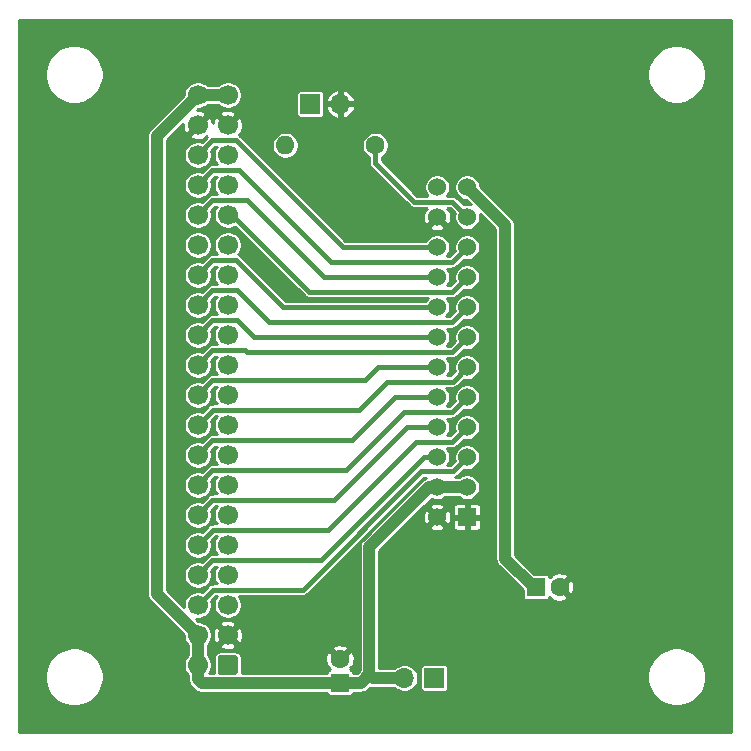
<source format=gbr>
%TF.GenerationSoftware,KiCad,Pcbnew,(5.1.10)-1*%
%TF.CreationDate,2021-09-03T20:41:02-04:00*%
%TF.ProjectId,3to4_Adapter,33746f34-5f41-4646-9170-7465722e6b69,v1*%
%TF.SameCoordinates,Original*%
%TF.FileFunction,Copper,L2,Bot*%
%TF.FilePolarity,Positive*%
%FSLAX46Y46*%
G04 Gerber Fmt 4.6, Leading zero omitted, Abs format (unit mm)*
G04 Created by KiCad (PCBNEW (5.1.10)-1) date 2021-09-03 20:41:02*
%MOMM*%
%LPD*%
G01*
G04 APERTURE LIST*
%TA.AperFunction,ComponentPad*%
%ADD10O,1.700000X1.700000*%
%TD*%
%TA.AperFunction,ComponentPad*%
%ADD11R,1.700000X1.700000*%
%TD*%
%TA.AperFunction,ComponentPad*%
%ADD12O,1.600000X1.600000*%
%TD*%
%TA.AperFunction,ComponentPad*%
%ADD13C,1.600000*%
%TD*%
%TA.AperFunction,ComponentPad*%
%ADD14R,1.600000X1.600000*%
%TD*%
%TA.AperFunction,ComponentPad*%
%ADD15C,1.530000*%
%TD*%
%TA.AperFunction,ComponentPad*%
%ADD16R,1.530000X1.530000*%
%TD*%
%TA.AperFunction,ComponentPad*%
%ADD17C,1.700000*%
%TD*%
%TA.AperFunction,ViaPad*%
%ADD18C,0.800000*%
%TD*%
%TA.AperFunction,Conductor*%
%ADD19C,1.000000*%
%TD*%
%TA.AperFunction,Conductor*%
%ADD20C,0.400000*%
%TD*%
%TA.AperFunction,Conductor*%
%ADD21C,0.254000*%
%TD*%
%TA.AperFunction,Conductor*%
%ADD22C,0.100000*%
%TD*%
G04 APERTURE END LIST*
D10*
%TO.P,J4,2*%
%TO.N,+5V*%
X144960000Y-130100000D03*
D11*
%TO.P,J4,1*%
%TO.N,/3p_IN*%
X147500000Y-130100000D03*
%TD*%
D12*
%TO.P,R1,2*%
%TO.N,CLK_V3*%
X134880000Y-85000000D03*
D13*
%TO.P,R1,1*%
%TO.N,CLK*%
X142500000Y-85000000D03*
%TD*%
D10*
%TO.P,J3,2*%
%TO.N,GND*%
X139540000Y-81500000D03*
D11*
%TO.P,J3,1*%
%TO.N,CLK_V3*%
X137000000Y-81500000D03*
%TD*%
D13*
%TO.P,C2,2*%
%TO.N,GND*%
X158100000Y-122400000D03*
D14*
%TO.P,C2,1*%
%TO.N,+3V3*%
X156100000Y-122400000D03*
%TD*%
D13*
%TO.P,C1,2*%
%TO.N,GND*%
X139500000Y-128500000D03*
D14*
%TO.P,C1,1*%
%TO.N,+5V*%
X139500000Y-130500000D03*
%TD*%
D15*
%TO.P,J2,24*%
%TO.N,Net-(J2-Pad24)*%
X147730000Y-88530000D03*
%TO.P,J2,23*%
%TO.N,+3V3*%
X150270000Y-88530000D03*
%TO.P,J2,22*%
%TO.N,GND*%
X147730000Y-91070000D03*
%TO.P,J2,21*%
%TO.N,CLK*%
X150270000Y-91070000D03*
%TO.P,J2,20*%
%TO.N,OUT16*%
X147730000Y-93610000D03*
%TO.P,J2,19*%
%TO.N,OUT15*%
X150270000Y-93610000D03*
%TO.P,J2,18*%
%TO.N,OUT14*%
X147730000Y-96150000D03*
%TO.P,J2,17*%
%TO.N,OUT13*%
X150270000Y-96150000D03*
%TO.P,J2,16*%
%TO.N,OUT12*%
X147730000Y-98690000D03*
%TO.P,J2,15*%
%TO.N,OUT11*%
X150270000Y-98690000D03*
%TO.P,J2,14*%
%TO.N,OUT10*%
X147730000Y-101230000D03*
%TO.P,J2,13*%
%TO.N,OUT9*%
X150270000Y-101230000D03*
%TO.P,J2,12*%
%TO.N,OUT8*%
X147730000Y-103770000D03*
%TO.P,J2,11*%
%TO.N,OUT7*%
X150270000Y-103770000D03*
%TO.P,J2,10*%
%TO.N,OUT6*%
X147730000Y-106310000D03*
%TO.P,J2,9*%
%TO.N,OUT5*%
X150270000Y-106310000D03*
%TO.P,J2,8*%
%TO.N,OUT4*%
X147730000Y-108850000D03*
%TO.P,J2,7*%
%TO.N,OUT3*%
X150270000Y-108850000D03*
%TO.P,J2,6*%
%TO.N,OUT2*%
X147730000Y-111390000D03*
%TO.P,J2,5*%
%TO.N,OUT1*%
X150270000Y-111390000D03*
%TO.P,J2,4*%
%TO.N,+5V*%
X147730000Y-113930000D03*
%TO.P,J2,3*%
X150270000Y-113930000D03*
%TO.P,J2,2*%
%TO.N,GND*%
X147730000Y-116470000D03*
D16*
%TO.P,J2,1*%
X150270000Y-116470000D03*
%TD*%
D17*
%TO.P,J1,40*%
%TO.N,+5V*%
X127460000Y-80740000D03*
%TO.P,J1,38*%
%TO.N,GND*%
X127460000Y-83280000D03*
%TO.P,J1,36*%
%TO.N,OUT16*%
X127460000Y-85820000D03*
%TO.P,J1,34*%
%TO.N,OUT15*%
X127460000Y-88360000D03*
%TO.P,J1,32*%
%TO.N,OUT14*%
X127460000Y-90900000D03*
%TO.P,J1,30*%
%TO.N,CLK_V3*%
X127460000Y-93440000D03*
%TO.P,J1,28*%
%TO.N,OUT12*%
X127460000Y-95980000D03*
%TO.P,J1,26*%
%TO.N,OUT11*%
X127460000Y-98520000D03*
%TO.P,J1,24*%
%TO.N,OUT10*%
X127460000Y-101060000D03*
%TO.P,J1,22*%
%TO.N,OUT9*%
X127460000Y-103600000D03*
%TO.P,J1,20*%
%TO.N,OUT8*%
X127460000Y-106140000D03*
%TO.P,J1,18*%
%TO.N,OUT7*%
X127460000Y-108680000D03*
%TO.P,J1,16*%
%TO.N,OUT6*%
X127460000Y-111220000D03*
%TO.P,J1,14*%
%TO.N,OUT5*%
X127460000Y-113760000D03*
%TO.P,J1,12*%
%TO.N,OUT4*%
X127460000Y-116300000D03*
%TO.P,J1,10*%
%TO.N,OUT3*%
X127460000Y-118840000D03*
%TO.P,J1,8*%
%TO.N,OUT2*%
X127460000Y-121380000D03*
%TO.P,J1,6*%
%TO.N,OUT1*%
X127460000Y-123920000D03*
%TO.P,J1,4*%
%TO.N,+5V*%
X127460000Y-126460000D03*
%TO.P,J1,2*%
X127460000Y-129000000D03*
%TO.P,J1,39*%
X130000000Y-80740000D03*
%TO.P,J1,37*%
%TO.N,GND*%
X130000000Y-83280000D03*
%TO.P,J1,35*%
%TO.N,CLK_V3*%
X130000000Y-85820000D03*
%TO.P,J1,33*%
X130000000Y-88360000D03*
%TO.P,J1,31*%
%TO.N,OUT13*%
X130000000Y-90900000D03*
%TO.P,J1,29*%
%TO.N,CLK_V3*%
X130000000Y-93440000D03*
%TO.P,J1,27*%
X130000000Y-95980000D03*
%TO.P,J1,25*%
X130000000Y-98520000D03*
%TO.P,J1,23*%
X130000000Y-101060000D03*
%TO.P,J1,21*%
X130000000Y-103600000D03*
%TO.P,J1,19*%
X130000000Y-106140000D03*
%TO.P,J1,17*%
X130000000Y-108680000D03*
%TO.P,J1,15*%
X130000000Y-111220000D03*
%TO.P,J1,13*%
X130000000Y-113760000D03*
%TO.P,J1,11*%
X130000000Y-116300000D03*
%TO.P,J1,9*%
X130000000Y-118840000D03*
%TO.P,J1,7*%
X130000000Y-121380000D03*
%TO.P,J1,5*%
X130000000Y-123920000D03*
%TO.P,J1,3*%
%TO.N,GND*%
X130000000Y-126460000D03*
%TO.P,J1,1*%
%TO.N,Net-(J1-Pad1)*%
%TA.AperFunction,ComponentPad*%
G36*
G01*
X130850000Y-128400000D02*
X130850000Y-129600000D01*
G75*
G02*
X130600000Y-129850000I-250000J0D01*
G01*
X129400000Y-129850000D01*
G75*
G02*
X129150000Y-129600000I0J250000D01*
G01*
X129150000Y-128400000D01*
G75*
G02*
X129400000Y-128150000I250000J0D01*
G01*
X130600000Y-128150000D01*
G75*
G02*
X130850000Y-128400000I0J-250000D01*
G01*
G37*
%TD.AperFunction*%
%TD*%
D18*
%TO.N,GND*%
X115000000Y-85000000D03*
X115000000Y-95000000D03*
X115000000Y-105000000D03*
X115000000Y-115000000D03*
X115000000Y-125000000D03*
X140000000Y-123500000D03*
X140000000Y-121500000D03*
X157500000Y-85000000D03*
X157500000Y-95000000D03*
X157500000Y-105000000D03*
X157500000Y-115000000D03*
X135000000Y-132500000D03*
X167500000Y-105000000D03*
X167500000Y-115000000D03*
X167500000Y-122500000D03*
X167500000Y-95000000D03*
X167500000Y-85000000D03*
X157500000Y-77500000D03*
X150000000Y-77500000D03*
X142500000Y-77500000D03*
X135000000Y-77500000D03*
X125000000Y-77500000D03*
X125000000Y-132500000D03*
X135000000Y-125000000D03*
X150000000Y-120000000D03*
X147500000Y-85000000D03*
X152500000Y-85000000D03*
X139000000Y-85000000D03*
X136000000Y-88000000D03*
X142000000Y-88000000D03*
X142000000Y-92000000D03*
X135000000Y-97000000D03*
X125500000Y-122000000D03*
X125500000Y-100500000D03*
X125500000Y-88500000D03*
X125500000Y-111500000D03*
X152000000Y-93000000D03*
X152000000Y-100000000D03*
X152000000Y-107500000D03*
%TD*%
D19*
%TO.N,+5V*%
X130000000Y-80740000D02*
X127460000Y-80740000D01*
X127460000Y-80740000D02*
X124000000Y-84200000D01*
X124000000Y-123000000D02*
X127460000Y-126460000D01*
X124000000Y-84200000D02*
X124000000Y-123000000D01*
X139449990Y-130550010D02*
X139500000Y-130500000D01*
X127807929Y-130550010D02*
X139449990Y-130550010D01*
X127460000Y-130202081D02*
X127807929Y-130550010D01*
X127460000Y-129000000D02*
X127460000Y-130202081D01*
X150270000Y-113930000D02*
X147730000Y-113930000D01*
X147070000Y-113930000D02*
X147730000Y-113930000D01*
X142000000Y-119000000D02*
X147070000Y-113930000D01*
X142000000Y-129800000D02*
X142000000Y-119000000D01*
X141300000Y-130500000D02*
X142000000Y-129800000D01*
X139500000Y-130500000D02*
X141300000Y-130500000D01*
X127460000Y-129000000D02*
X127460000Y-126460000D01*
X142300000Y-130100000D02*
X142000000Y-129800000D01*
X144960000Y-130100000D02*
X142300000Y-130100000D01*
D20*
%TO.N,OUT16*%
X128710001Y-84569999D02*
X127460000Y-85820000D01*
X130689999Y-84569999D02*
X128710001Y-84569999D01*
X139730000Y-93610000D02*
X130689999Y-84569999D01*
X147730000Y-93610000D02*
X139730000Y-93610000D01*
%TO.N,OUT15*%
X148980000Y-94900000D02*
X150270000Y-93610000D01*
X138785729Y-94900000D02*
X148980000Y-94900000D01*
X130995728Y-87109999D02*
X138785729Y-94900000D01*
X128710001Y-87109999D02*
X130995728Y-87109999D01*
X127460000Y-88360000D02*
X128710001Y-87109999D01*
%TO.N,OUT14*%
X128710001Y-89649999D02*
X127460000Y-90900000D01*
X131649999Y-89649999D02*
X128710001Y-89649999D01*
X138150000Y-96150000D02*
X131649999Y-89649999D01*
X147730000Y-96150000D02*
X138150000Y-96150000D01*
%TO.N,OUT12*%
X128710001Y-94729999D02*
X127460000Y-95980000D01*
X130733627Y-94729999D02*
X128710001Y-94729999D01*
X134693628Y-98690000D02*
X130733627Y-94729999D01*
X147730000Y-98690000D02*
X134693628Y-98690000D01*
%TO.N,OUT11*%
X148960000Y-100000000D02*
X150270000Y-98690000D01*
X133500000Y-100000000D02*
X148960000Y-100000000D01*
X130769999Y-97269999D02*
X133500000Y-100000000D01*
X128710001Y-97269999D02*
X130769999Y-97269999D01*
X127460000Y-98520000D02*
X128710001Y-97269999D01*
%TO.N,OUT10*%
X132230000Y-101230000D02*
X147730000Y-101230000D01*
X130809999Y-99809999D02*
X132230000Y-101230000D01*
X128710001Y-99809999D02*
X130809999Y-99809999D01*
X127460000Y-101060000D02*
X128710001Y-99809999D01*
%TO.N,OUT9*%
X128710001Y-102349999D02*
X127460000Y-103600000D01*
X131449999Y-102349999D02*
X128710001Y-102349999D01*
X131600000Y-102500000D02*
X131449999Y-102349999D01*
X149000000Y-102500000D02*
X131600000Y-102500000D01*
X150270000Y-101230000D02*
X149000000Y-102500000D01*
%TO.N,OUT8*%
X127460000Y-106140000D02*
X128710001Y-104889999D01*
X128710001Y-104889999D02*
X141610001Y-104889999D01*
X142730000Y-103770000D02*
X147730000Y-103770000D01*
X141610001Y-104889999D02*
X142730000Y-103770000D01*
%TO.N,OUT7*%
X141109999Y-107390001D02*
X128749999Y-107390001D01*
X128749999Y-107390001D02*
X127460000Y-108680000D01*
X143500000Y-105000000D02*
X141109999Y-107390001D01*
X149040000Y-105000000D02*
X143500000Y-105000000D01*
X150270000Y-103770000D02*
X149040000Y-105000000D01*
%TO.N,OUT6*%
X128710001Y-109969999D02*
X127460000Y-111220000D01*
X140530001Y-109969999D02*
X128710001Y-109969999D01*
X144190000Y-106310000D02*
X140530001Y-109969999D01*
X147730000Y-106310000D02*
X144190000Y-106310000D01*
%TO.N,OUT5*%
X148980000Y-107600000D02*
X150270000Y-106310000D01*
X144900000Y-107600000D02*
X148980000Y-107600000D01*
X139990001Y-112509999D02*
X144900000Y-107600000D01*
X128710001Y-112509999D02*
X139990001Y-112509999D01*
X127460000Y-113760000D02*
X128710001Y-112509999D01*
%TO.N,OUT4*%
X128710001Y-115049999D02*
X127460000Y-116300000D01*
X128749999Y-115010001D02*
X128710001Y-115049999D01*
X138989999Y-115010001D02*
X128749999Y-115010001D01*
X145150000Y-108850000D02*
X138989999Y-115010001D01*
X147730000Y-108850000D02*
X145150000Y-108850000D01*
%TO.N,OUT3*%
X138449999Y-117550001D02*
X128749999Y-117550001D01*
X145900000Y-110100000D02*
X138449999Y-117550001D01*
X128749999Y-117550001D02*
X127460000Y-118840000D01*
X149020000Y-110100000D02*
X145900000Y-110100000D01*
X150270000Y-108850000D02*
X149020000Y-110100000D01*
%TO.N,OUT2*%
X146610000Y-111390000D02*
X147730000Y-111390000D01*
X137870001Y-120129999D02*
X146610000Y-111390000D01*
X128710001Y-120129999D02*
X137870001Y-120129999D01*
X127460000Y-121380000D02*
X128710001Y-120129999D01*
%TO.N,OUT1*%
X128749999Y-122630001D02*
X127460000Y-123920000D01*
X136369999Y-122630001D02*
X128749999Y-122630001D01*
X146400000Y-112600000D02*
X136369999Y-122630001D01*
X149060000Y-112600000D02*
X146400000Y-112600000D01*
X150270000Y-111390000D02*
X149060000Y-112600000D01*
%TO.N,OUT13*%
X149020000Y-97400000D02*
X150270000Y-96150000D01*
X136900000Y-97400000D02*
X149020000Y-97400000D01*
X130400000Y-90900000D02*
X136900000Y-97400000D01*
X130000000Y-90900000D02*
X130400000Y-90900000D01*
D19*
%TO.N,+3V3*%
X153500000Y-91760000D02*
X153500000Y-120000000D01*
X150270000Y-88530000D02*
X153500000Y-91760000D01*
X155900000Y-122400000D02*
X153500000Y-120000000D01*
X156100000Y-122400000D02*
X155900000Y-122400000D01*
D20*
%TO.N,CLK*%
X142500000Y-86500000D02*
X142500000Y-85000000D01*
X145800000Y-89800000D02*
X142500000Y-86500000D01*
X149000000Y-89800000D02*
X145800000Y-89800000D01*
X150270000Y-91070000D02*
X149000000Y-89800000D01*
%TD*%
D21*
%TO.N,GND*%
X172640001Y-134640000D02*
X112360000Y-134640000D01*
X112360000Y-129755249D01*
X114515000Y-129755249D01*
X114515000Y-130244751D01*
X114610497Y-130724848D01*
X114797821Y-131177089D01*
X115069774Y-131584095D01*
X115415905Y-131930226D01*
X115822911Y-132202179D01*
X116275152Y-132389503D01*
X116755249Y-132485000D01*
X117244751Y-132485000D01*
X117724848Y-132389503D01*
X118177089Y-132202179D01*
X118584095Y-131930226D01*
X118930226Y-131584095D01*
X119202179Y-131177089D01*
X119389503Y-130724848D01*
X119485000Y-130244751D01*
X119485000Y-129755249D01*
X119389503Y-129275152D01*
X119202179Y-128822911D01*
X118930226Y-128415905D01*
X118584095Y-128069774D01*
X118177089Y-127797821D01*
X117724848Y-127610497D01*
X117244751Y-127515000D01*
X116755249Y-127515000D01*
X116275152Y-127610497D01*
X115822911Y-127797821D01*
X115415905Y-128069774D01*
X115069774Y-128415905D01*
X114797821Y-128822911D01*
X114610497Y-129275152D01*
X114515000Y-129755249D01*
X112360000Y-129755249D01*
X112360000Y-84200000D01*
X123160960Y-84200000D01*
X123165000Y-84241018D01*
X123165001Y-122958971D01*
X123160960Y-123000000D01*
X123177082Y-123163688D01*
X123224828Y-123321086D01*
X123302364Y-123466145D01*
X123325907Y-123494832D01*
X123406710Y-123593291D01*
X123438574Y-123619441D01*
X126275000Y-126455869D01*
X126275000Y-126576712D01*
X126320539Y-126805652D01*
X126409866Y-127021308D01*
X126539550Y-127215394D01*
X126625001Y-127300845D01*
X126625000Y-128159156D01*
X126539550Y-128244606D01*
X126409866Y-128438692D01*
X126320539Y-128654348D01*
X126275000Y-128883288D01*
X126275000Y-129116712D01*
X126320539Y-129345652D01*
X126409866Y-129561308D01*
X126539550Y-129755394D01*
X126625001Y-129840845D01*
X126625001Y-130161053D01*
X126620960Y-130202081D01*
X126637082Y-130365769D01*
X126684828Y-130523167D01*
X126759939Y-130663689D01*
X126762365Y-130668227D01*
X126866710Y-130795372D01*
X126898574Y-130821522D01*
X127188487Y-131111436D01*
X127214638Y-131143301D01*
X127341783Y-131247646D01*
X127414698Y-131286620D01*
X127486842Y-131325182D01*
X127644240Y-131372928D01*
X127807929Y-131389050D01*
X127848947Y-131385010D01*
X138375715Y-131385010D01*
X138389004Y-131428819D01*
X138420111Y-131487016D01*
X138461974Y-131538026D01*
X138512984Y-131579889D01*
X138571181Y-131610996D01*
X138634329Y-131630152D01*
X138700000Y-131636620D01*
X140300000Y-131636620D01*
X140365671Y-131630152D01*
X140428819Y-131610996D01*
X140487016Y-131579889D01*
X140538026Y-131538026D01*
X140579889Y-131487016D01*
X140610996Y-131428819D01*
X140630152Y-131365671D01*
X140633173Y-131335000D01*
X141258982Y-131335000D01*
X141300000Y-131339040D01*
X141341018Y-131335000D01*
X141341019Y-131335000D01*
X141463689Y-131322918D01*
X141621087Y-131275172D01*
X141766146Y-131197636D01*
X141893291Y-131093291D01*
X141919446Y-131061422D01*
X142076187Y-130904680D01*
X142136311Y-130922918D01*
X142299999Y-130939040D01*
X142341018Y-130935000D01*
X144119156Y-130935000D01*
X144204606Y-131020450D01*
X144398692Y-131150134D01*
X144614348Y-131239461D01*
X144843288Y-131285000D01*
X145076712Y-131285000D01*
X145305652Y-131239461D01*
X145521308Y-131150134D01*
X145715394Y-131020450D01*
X145880450Y-130855394D01*
X146010134Y-130661308D01*
X146099461Y-130445652D01*
X146145000Y-130216712D01*
X146145000Y-129983288D01*
X146099461Y-129754348D01*
X146010134Y-129538692D01*
X145880450Y-129344606D01*
X145785844Y-129250000D01*
X146313380Y-129250000D01*
X146313380Y-130950000D01*
X146319848Y-131015671D01*
X146339004Y-131078819D01*
X146370111Y-131137016D01*
X146411974Y-131188026D01*
X146462984Y-131229889D01*
X146521181Y-131260996D01*
X146584329Y-131280152D01*
X146650000Y-131286620D01*
X148350000Y-131286620D01*
X148415671Y-131280152D01*
X148478819Y-131260996D01*
X148537016Y-131229889D01*
X148588026Y-131188026D01*
X148629889Y-131137016D01*
X148660996Y-131078819D01*
X148680152Y-131015671D01*
X148686620Y-130950000D01*
X148686620Y-129755249D01*
X165515000Y-129755249D01*
X165515000Y-130244751D01*
X165610497Y-130724848D01*
X165797821Y-131177089D01*
X166069774Y-131584095D01*
X166415905Y-131930226D01*
X166822911Y-132202179D01*
X167275152Y-132389503D01*
X167755249Y-132485000D01*
X168244751Y-132485000D01*
X168724848Y-132389503D01*
X169177089Y-132202179D01*
X169584095Y-131930226D01*
X169930226Y-131584095D01*
X170202179Y-131177089D01*
X170389503Y-130724848D01*
X170485000Y-130244751D01*
X170485000Y-129755249D01*
X170389503Y-129275152D01*
X170202179Y-128822911D01*
X169930226Y-128415905D01*
X169584095Y-128069774D01*
X169177089Y-127797821D01*
X168724848Y-127610497D01*
X168244751Y-127515000D01*
X167755249Y-127515000D01*
X167275152Y-127610497D01*
X166822911Y-127797821D01*
X166415905Y-128069774D01*
X166069774Y-128415905D01*
X165797821Y-128822911D01*
X165610497Y-129275152D01*
X165515000Y-129755249D01*
X148686620Y-129755249D01*
X148686620Y-129250000D01*
X148680152Y-129184329D01*
X148660996Y-129121181D01*
X148629889Y-129062984D01*
X148588026Y-129011974D01*
X148537016Y-128970111D01*
X148478819Y-128939004D01*
X148415671Y-128919848D01*
X148350000Y-128913380D01*
X146650000Y-128913380D01*
X146584329Y-128919848D01*
X146521181Y-128939004D01*
X146462984Y-128970111D01*
X146411974Y-129011974D01*
X146370111Y-129062984D01*
X146339004Y-129121181D01*
X146319848Y-129184329D01*
X146313380Y-129250000D01*
X145785844Y-129250000D01*
X145715394Y-129179550D01*
X145521308Y-129049866D01*
X145305652Y-128960539D01*
X145076712Y-128915000D01*
X144843288Y-128915000D01*
X144614348Y-128960539D01*
X144398692Y-129049866D01*
X144204606Y-129179550D01*
X144119156Y-129265000D01*
X142835000Y-129265000D01*
X142835000Y-119345867D01*
X144850544Y-117330323D01*
X147049282Y-117330323D01*
X147127933Y-117514740D01*
X147343320Y-117612123D01*
X147573567Y-117665615D01*
X147809826Y-117673160D01*
X148043017Y-117634468D01*
X148264179Y-117551027D01*
X148332067Y-117514740D01*
X148410718Y-117330323D01*
X148315395Y-117235000D01*
X149067895Y-117235000D01*
X149076294Y-117320275D01*
X149101168Y-117402273D01*
X149141560Y-117477843D01*
X149195920Y-117544080D01*
X149262157Y-117598440D01*
X149337727Y-117638832D01*
X149419725Y-117663706D01*
X149505000Y-117672105D01*
X150034250Y-117670000D01*
X150143000Y-117561250D01*
X150143000Y-116597000D01*
X150397000Y-116597000D01*
X150397000Y-117561250D01*
X150505750Y-117670000D01*
X151035000Y-117672105D01*
X151120275Y-117663706D01*
X151202273Y-117638832D01*
X151277843Y-117598440D01*
X151344080Y-117544080D01*
X151398440Y-117477843D01*
X151438832Y-117402273D01*
X151463706Y-117320275D01*
X151472105Y-117235000D01*
X151470000Y-116705750D01*
X151361250Y-116597000D01*
X150397000Y-116597000D01*
X150143000Y-116597000D01*
X149178750Y-116597000D01*
X149070000Y-116705750D01*
X149067895Y-117235000D01*
X148315395Y-117235000D01*
X147730000Y-116649605D01*
X147049282Y-117330323D01*
X144850544Y-117330323D01*
X145631042Y-116549826D01*
X146526840Y-116549826D01*
X146565532Y-116783017D01*
X146648973Y-117004179D01*
X146685260Y-117072067D01*
X146869677Y-117150718D01*
X147550395Y-116470000D01*
X147909605Y-116470000D01*
X148590323Y-117150718D01*
X148774740Y-117072067D01*
X148872123Y-116856680D01*
X148925615Y-116626433D01*
X148933160Y-116390174D01*
X148894468Y-116156983D01*
X148811027Y-115935821D01*
X148774740Y-115867933D01*
X148590323Y-115789282D01*
X147909605Y-116470000D01*
X147550395Y-116470000D01*
X146869677Y-115789282D01*
X146685260Y-115867933D01*
X146587877Y-116083320D01*
X146534385Y-116313567D01*
X146526840Y-116549826D01*
X145631042Y-116549826D01*
X146571191Y-115609677D01*
X147049282Y-115609677D01*
X147730000Y-116290395D01*
X148315395Y-115705000D01*
X149067895Y-115705000D01*
X149070000Y-116234250D01*
X149178750Y-116343000D01*
X150143000Y-116343000D01*
X150143000Y-115378750D01*
X150397000Y-115378750D01*
X150397000Y-116343000D01*
X151361250Y-116343000D01*
X151470000Y-116234250D01*
X151472105Y-115705000D01*
X151463706Y-115619725D01*
X151438832Y-115537727D01*
X151398440Y-115462157D01*
X151344080Y-115395920D01*
X151277843Y-115341560D01*
X151202273Y-115301168D01*
X151120275Y-115276294D01*
X151035000Y-115267895D01*
X150505750Y-115270000D01*
X150397000Y-115378750D01*
X150143000Y-115378750D01*
X150034250Y-115270000D01*
X149505000Y-115267895D01*
X149419725Y-115276294D01*
X149337727Y-115301168D01*
X149262157Y-115341560D01*
X149195920Y-115395920D01*
X149141560Y-115462157D01*
X149101168Y-115537727D01*
X149076294Y-115619725D01*
X149067895Y-115705000D01*
X148315395Y-115705000D01*
X148410718Y-115609677D01*
X148332067Y-115425260D01*
X148116680Y-115327877D01*
X147886433Y-115274385D01*
X147650174Y-115266840D01*
X147416983Y-115305532D01*
X147195821Y-115388973D01*
X147127933Y-115425260D01*
X147049282Y-115609677D01*
X146571191Y-115609677D01*
X147256407Y-114924462D01*
X147409142Y-114987727D01*
X147621659Y-115030000D01*
X147838341Y-115030000D01*
X148050858Y-114987727D01*
X148251045Y-114904807D01*
X148431209Y-114784425D01*
X148450634Y-114765000D01*
X149549366Y-114765000D01*
X149568791Y-114784425D01*
X149748955Y-114904807D01*
X149949142Y-114987727D01*
X150161659Y-115030000D01*
X150378341Y-115030000D01*
X150590858Y-114987727D01*
X150791045Y-114904807D01*
X150971209Y-114784425D01*
X151124425Y-114631209D01*
X151244807Y-114451045D01*
X151327727Y-114250858D01*
X151370000Y-114038341D01*
X151370000Y-113821659D01*
X151327727Y-113609142D01*
X151244807Y-113408955D01*
X151124425Y-113228791D01*
X150971209Y-113075575D01*
X150791045Y-112955193D01*
X150590858Y-112872273D01*
X150378341Y-112830000D01*
X150161659Y-112830000D01*
X149949142Y-112872273D01*
X149748955Y-112955193D01*
X149568791Y-113075575D01*
X149549366Y-113095000D01*
X149268845Y-113095000D01*
X149358668Y-113046988D01*
X149440132Y-112980132D01*
X149456887Y-112959716D01*
X149965603Y-112451001D01*
X150161659Y-112490000D01*
X150378341Y-112490000D01*
X150590858Y-112447727D01*
X150791045Y-112364807D01*
X150971209Y-112244425D01*
X151124425Y-112091209D01*
X151244807Y-111911045D01*
X151327727Y-111710858D01*
X151370000Y-111498341D01*
X151370000Y-111281659D01*
X151327727Y-111069142D01*
X151244807Y-110868955D01*
X151124425Y-110688791D01*
X150971209Y-110535575D01*
X150791045Y-110415193D01*
X150590858Y-110332273D01*
X150378341Y-110290000D01*
X150161659Y-110290000D01*
X149949142Y-110332273D01*
X149748955Y-110415193D01*
X149568791Y-110535575D01*
X149415575Y-110688791D01*
X149295193Y-110868955D01*
X149212273Y-111069142D01*
X149170000Y-111281659D01*
X149170000Y-111498341D01*
X149208999Y-111694397D01*
X148838397Y-112065000D01*
X148601937Y-112065000D01*
X148704807Y-111911045D01*
X148787727Y-111710858D01*
X148830000Y-111498341D01*
X148830000Y-111281659D01*
X148787727Y-111069142D01*
X148704807Y-110868955D01*
X148584425Y-110688791D01*
X148530634Y-110635000D01*
X148993732Y-110635000D01*
X149020000Y-110637587D01*
X149046268Y-110635000D01*
X149046275Y-110635000D01*
X149124878Y-110627258D01*
X149225726Y-110596667D01*
X149318668Y-110546988D01*
X149400132Y-110480132D01*
X149416887Y-110459716D01*
X149965602Y-109911001D01*
X150161659Y-109950000D01*
X150378341Y-109950000D01*
X150590858Y-109907727D01*
X150791045Y-109824807D01*
X150971209Y-109704425D01*
X151124425Y-109551209D01*
X151244807Y-109371045D01*
X151327727Y-109170858D01*
X151370000Y-108958341D01*
X151370000Y-108741659D01*
X151327727Y-108529142D01*
X151244807Y-108328955D01*
X151124425Y-108148791D01*
X150971209Y-107995575D01*
X150791045Y-107875193D01*
X150590858Y-107792273D01*
X150378341Y-107750000D01*
X150161659Y-107750000D01*
X149949142Y-107792273D01*
X149748955Y-107875193D01*
X149568791Y-107995575D01*
X149415575Y-108148791D01*
X149295193Y-108328955D01*
X149212273Y-108529142D01*
X149170000Y-108741659D01*
X149170000Y-108958341D01*
X149208999Y-109154398D01*
X148798397Y-109565000D01*
X148570634Y-109565000D01*
X148584425Y-109551209D01*
X148704807Y-109371045D01*
X148787727Y-109170858D01*
X148830000Y-108958341D01*
X148830000Y-108741659D01*
X148787727Y-108529142D01*
X148704807Y-108328955D01*
X148584425Y-108148791D01*
X148570634Y-108135000D01*
X148953732Y-108135000D01*
X148980000Y-108137587D01*
X149006268Y-108135000D01*
X149006275Y-108135000D01*
X149084878Y-108127258D01*
X149185726Y-108096667D01*
X149278668Y-108046988D01*
X149360132Y-107980132D01*
X149376887Y-107959716D01*
X149965603Y-107371001D01*
X150161659Y-107410000D01*
X150378341Y-107410000D01*
X150590858Y-107367727D01*
X150791045Y-107284807D01*
X150971209Y-107164425D01*
X151124425Y-107011209D01*
X151244807Y-106831045D01*
X151327727Y-106630858D01*
X151370000Y-106418341D01*
X151370000Y-106201659D01*
X151327727Y-105989142D01*
X151244807Y-105788955D01*
X151124425Y-105608791D01*
X150971209Y-105455575D01*
X150791045Y-105335193D01*
X150590858Y-105252273D01*
X150378341Y-105210000D01*
X150161659Y-105210000D01*
X149949142Y-105252273D01*
X149748955Y-105335193D01*
X149568791Y-105455575D01*
X149415575Y-105608791D01*
X149295193Y-105788955D01*
X149212273Y-105989142D01*
X149170000Y-106201659D01*
X149170000Y-106418341D01*
X149208999Y-106614397D01*
X148758397Y-107065000D01*
X148530634Y-107065000D01*
X148584425Y-107011209D01*
X148704807Y-106831045D01*
X148787727Y-106630858D01*
X148830000Y-106418341D01*
X148830000Y-106201659D01*
X148787727Y-105989142D01*
X148704807Y-105788955D01*
X148584425Y-105608791D01*
X148510634Y-105535000D01*
X149013732Y-105535000D01*
X149040000Y-105537587D01*
X149066268Y-105535000D01*
X149066275Y-105535000D01*
X149144878Y-105527258D01*
X149245726Y-105496667D01*
X149338668Y-105446988D01*
X149420132Y-105380132D01*
X149436887Y-105359716D01*
X149965602Y-104831001D01*
X150161659Y-104870000D01*
X150378341Y-104870000D01*
X150590858Y-104827727D01*
X150791045Y-104744807D01*
X150971209Y-104624425D01*
X151124425Y-104471209D01*
X151244807Y-104291045D01*
X151327727Y-104090858D01*
X151370000Y-103878341D01*
X151370000Y-103661659D01*
X151327727Y-103449142D01*
X151244807Y-103248955D01*
X151124425Y-103068791D01*
X150971209Y-102915575D01*
X150791045Y-102795193D01*
X150590858Y-102712273D01*
X150378341Y-102670000D01*
X150161659Y-102670000D01*
X149949142Y-102712273D01*
X149748955Y-102795193D01*
X149568791Y-102915575D01*
X149415575Y-103068791D01*
X149295193Y-103248955D01*
X149212273Y-103449142D01*
X149170000Y-103661659D01*
X149170000Y-103878341D01*
X149208999Y-104074398D01*
X148818397Y-104465000D01*
X148588574Y-104465000D01*
X148704807Y-104291045D01*
X148787727Y-104090858D01*
X148830000Y-103878341D01*
X148830000Y-103661659D01*
X148787727Y-103449142D01*
X148704807Y-103248955D01*
X148584425Y-103068791D01*
X148550634Y-103035000D01*
X148973732Y-103035000D01*
X149000000Y-103037587D01*
X149026268Y-103035000D01*
X149026275Y-103035000D01*
X149104878Y-103027258D01*
X149205726Y-102996667D01*
X149298668Y-102946988D01*
X149380132Y-102880132D01*
X149396887Y-102859716D01*
X149965603Y-102291001D01*
X150161659Y-102330000D01*
X150378341Y-102330000D01*
X150590858Y-102287727D01*
X150791045Y-102204807D01*
X150971209Y-102084425D01*
X151124425Y-101931209D01*
X151244807Y-101751045D01*
X151327727Y-101550858D01*
X151370000Y-101338341D01*
X151370000Y-101121659D01*
X151327727Y-100909142D01*
X151244807Y-100708955D01*
X151124425Y-100528791D01*
X150971209Y-100375575D01*
X150791045Y-100255193D01*
X150590858Y-100172273D01*
X150378341Y-100130000D01*
X150161659Y-100130000D01*
X149949142Y-100172273D01*
X149748955Y-100255193D01*
X149568791Y-100375575D01*
X149415575Y-100528791D01*
X149295193Y-100708955D01*
X149212273Y-100909142D01*
X149170000Y-101121659D01*
X149170000Y-101338341D01*
X149208999Y-101534397D01*
X148778397Y-101965000D01*
X148550634Y-101965000D01*
X148584425Y-101931209D01*
X148704807Y-101751045D01*
X148787727Y-101550858D01*
X148830000Y-101338341D01*
X148830000Y-101121659D01*
X148787727Y-100909142D01*
X148704807Y-100708955D01*
X148588574Y-100535000D01*
X148933732Y-100535000D01*
X148960000Y-100537587D01*
X148986268Y-100535000D01*
X148986275Y-100535000D01*
X149064878Y-100527258D01*
X149165726Y-100496667D01*
X149258668Y-100446988D01*
X149340132Y-100380132D01*
X149356887Y-100359716D01*
X149965602Y-99751001D01*
X150161659Y-99790000D01*
X150378341Y-99790000D01*
X150590858Y-99747727D01*
X150791045Y-99664807D01*
X150971209Y-99544425D01*
X151124425Y-99391209D01*
X151244807Y-99211045D01*
X151327727Y-99010858D01*
X151370000Y-98798341D01*
X151370000Y-98581659D01*
X151327727Y-98369142D01*
X151244807Y-98168955D01*
X151124425Y-97988791D01*
X150971209Y-97835575D01*
X150791045Y-97715193D01*
X150590858Y-97632273D01*
X150378341Y-97590000D01*
X150161659Y-97590000D01*
X149949142Y-97632273D01*
X149748955Y-97715193D01*
X149568791Y-97835575D01*
X149415575Y-97988791D01*
X149295193Y-98168955D01*
X149212273Y-98369142D01*
X149170000Y-98581659D01*
X149170000Y-98798341D01*
X149208999Y-98994398D01*
X148738397Y-99465000D01*
X148510634Y-99465000D01*
X148584425Y-99391209D01*
X148704807Y-99211045D01*
X148787727Y-99010858D01*
X148830000Y-98798341D01*
X148830000Y-98581659D01*
X148787727Y-98369142D01*
X148704807Y-98168955D01*
X148584425Y-97988791D01*
X148530634Y-97935000D01*
X148993732Y-97935000D01*
X149020000Y-97937587D01*
X149046268Y-97935000D01*
X149046275Y-97935000D01*
X149124878Y-97927258D01*
X149225726Y-97896667D01*
X149318668Y-97846988D01*
X149400132Y-97780132D01*
X149416887Y-97759716D01*
X149965602Y-97211001D01*
X150161659Y-97250000D01*
X150378341Y-97250000D01*
X150590858Y-97207727D01*
X150791045Y-97124807D01*
X150971209Y-97004425D01*
X151124425Y-96851209D01*
X151244807Y-96671045D01*
X151327727Y-96470858D01*
X151370000Y-96258341D01*
X151370000Y-96041659D01*
X151327727Y-95829142D01*
X151244807Y-95628955D01*
X151124425Y-95448791D01*
X150971209Y-95295575D01*
X150791045Y-95175193D01*
X150590858Y-95092273D01*
X150378341Y-95050000D01*
X150161659Y-95050000D01*
X149949142Y-95092273D01*
X149748955Y-95175193D01*
X149568791Y-95295575D01*
X149415575Y-95448791D01*
X149295193Y-95628955D01*
X149212273Y-95829142D01*
X149170000Y-96041659D01*
X149170000Y-96258341D01*
X149208999Y-96454398D01*
X148798397Y-96865000D01*
X148570634Y-96865000D01*
X148584425Y-96851209D01*
X148704807Y-96671045D01*
X148787727Y-96470858D01*
X148830000Y-96258341D01*
X148830000Y-96041659D01*
X148787727Y-95829142D01*
X148704807Y-95628955D01*
X148584425Y-95448791D01*
X148570634Y-95435000D01*
X148953732Y-95435000D01*
X148980000Y-95437587D01*
X149006268Y-95435000D01*
X149006275Y-95435000D01*
X149084878Y-95427258D01*
X149185726Y-95396667D01*
X149278668Y-95346988D01*
X149360132Y-95280132D01*
X149376887Y-95259716D01*
X149965603Y-94671001D01*
X150161659Y-94710000D01*
X150378341Y-94710000D01*
X150590858Y-94667727D01*
X150791045Y-94584807D01*
X150971209Y-94464425D01*
X151124425Y-94311209D01*
X151244807Y-94131045D01*
X151327727Y-93930858D01*
X151370000Y-93718341D01*
X151370000Y-93501659D01*
X151327727Y-93289142D01*
X151244807Y-93088955D01*
X151124425Y-92908791D01*
X150971209Y-92755575D01*
X150791045Y-92635193D01*
X150590858Y-92552273D01*
X150378341Y-92510000D01*
X150161659Y-92510000D01*
X149949142Y-92552273D01*
X149748955Y-92635193D01*
X149568791Y-92755575D01*
X149415575Y-92908791D01*
X149295193Y-93088955D01*
X149212273Y-93289142D01*
X149170000Y-93501659D01*
X149170000Y-93718341D01*
X149208999Y-93914397D01*
X148758397Y-94365000D01*
X148530634Y-94365000D01*
X148584425Y-94311209D01*
X148704807Y-94131045D01*
X148787727Y-93930858D01*
X148830000Y-93718341D01*
X148830000Y-93501659D01*
X148787727Y-93289142D01*
X148704807Y-93088955D01*
X148584425Y-92908791D01*
X148431209Y-92755575D01*
X148251045Y-92635193D01*
X148050858Y-92552273D01*
X147838341Y-92510000D01*
X147621659Y-92510000D01*
X147409142Y-92552273D01*
X147208955Y-92635193D01*
X147028791Y-92755575D01*
X146875575Y-92908791D01*
X146764517Y-93075000D01*
X139951604Y-93075000D01*
X138806927Y-91930323D01*
X147049282Y-91930323D01*
X147127933Y-92114740D01*
X147343320Y-92212123D01*
X147573567Y-92265615D01*
X147809826Y-92273160D01*
X148043017Y-92234468D01*
X148264179Y-92151027D01*
X148332067Y-92114740D01*
X148410718Y-91930323D01*
X147730000Y-91249605D01*
X147049282Y-91930323D01*
X138806927Y-91930323D01*
X131764816Y-84888212D01*
X133745000Y-84888212D01*
X133745000Y-85111788D01*
X133788617Y-85331067D01*
X133874176Y-85537624D01*
X133998388Y-85723520D01*
X134156480Y-85881612D01*
X134342376Y-86005824D01*
X134548933Y-86091383D01*
X134768212Y-86135000D01*
X134991788Y-86135000D01*
X135211067Y-86091383D01*
X135417624Y-86005824D01*
X135603520Y-85881612D01*
X135761612Y-85723520D01*
X135885824Y-85537624D01*
X135971383Y-85331067D01*
X136015000Y-85111788D01*
X136015000Y-84888212D01*
X141365000Y-84888212D01*
X141365000Y-85111788D01*
X141408617Y-85331067D01*
X141494176Y-85537624D01*
X141618388Y-85723520D01*
X141776480Y-85881612D01*
X141962376Y-86005824D01*
X141965000Y-86006911D01*
X141965000Y-86473732D01*
X141962413Y-86500000D01*
X141965000Y-86526268D01*
X141965000Y-86526274D01*
X141972742Y-86604877D01*
X142003333Y-86705725D01*
X142053012Y-86798668D01*
X142119868Y-86880132D01*
X142140284Y-86896887D01*
X145403117Y-90159721D01*
X145419868Y-90180132D01*
X145501332Y-90246988D01*
X145561899Y-90279362D01*
X145594273Y-90296667D01*
X145695122Y-90327258D01*
X145800000Y-90337588D01*
X145826275Y-90335000D01*
X146815392Y-90335000D01*
X146869675Y-90389283D01*
X146685260Y-90467933D01*
X146587877Y-90683320D01*
X146534385Y-90913567D01*
X146526840Y-91149826D01*
X146565532Y-91383017D01*
X146648973Y-91604179D01*
X146685260Y-91672067D01*
X146869677Y-91750718D01*
X147550395Y-91070000D01*
X147536253Y-91055858D01*
X147715858Y-90876253D01*
X147730000Y-90890395D01*
X147744143Y-90876253D01*
X147923748Y-91055858D01*
X147909605Y-91070000D01*
X148590323Y-91750718D01*
X148774740Y-91672067D01*
X148872123Y-91456680D01*
X148925615Y-91226433D01*
X148933160Y-90990174D01*
X148894468Y-90756983D01*
X148811027Y-90535821D01*
X148774740Y-90467933D01*
X148590325Y-90389283D01*
X148644608Y-90335000D01*
X148778397Y-90335000D01*
X149208999Y-90765603D01*
X149170000Y-90961659D01*
X149170000Y-91178341D01*
X149212273Y-91390858D01*
X149295193Y-91591045D01*
X149415575Y-91771209D01*
X149568791Y-91924425D01*
X149748955Y-92044807D01*
X149949142Y-92127727D01*
X150161659Y-92170000D01*
X150378341Y-92170000D01*
X150590858Y-92127727D01*
X150791045Y-92044807D01*
X150971209Y-91924425D01*
X151124425Y-91771209D01*
X151244807Y-91591045D01*
X151327727Y-91390858D01*
X151370000Y-91178341D01*
X151370000Y-90961659D01*
X151332557Y-90773425D01*
X152665000Y-92105869D01*
X152665001Y-119958971D01*
X152660960Y-120000000D01*
X152677082Y-120163688D01*
X152724828Y-120321086D01*
X152798839Y-120459550D01*
X152802365Y-120466146D01*
X152906710Y-120593291D01*
X152938574Y-120619441D01*
X154963380Y-122644249D01*
X154963380Y-123200000D01*
X154969848Y-123265671D01*
X154989004Y-123328819D01*
X155020111Y-123387016D01*
X155061974Y-123438026D01*
X155112984Y-123479889D01*
X155171181Y-123510996D01*
X155234329Y-123530152D01*
X155300000Y-123536620D01*
X156900000Y-123536620D01*
X156965671Y-123530152D01*
X157028819Y-123510996D01*
X157087016Y-123479889D01*
X157138026Y-123438026D01*
X157179889Y-123387016D01*
X157210996Y-123328819D01*
X157225819Y-123279955D01*
X157312736Y-123366872D01*
X157394251Y-123285357D01*
X157477148Y-123473348D01*
X157698516Y-123574237D01*
X157935313Y-123630000D01*
X158178438Y-123638495D01*
X158418549Y-123599395D01*
X158646418Y-123514202D01*
X158722852Y-123473348D01*
X158805750Y-123285355D01*
X158100000Y-122579605D01*
X158085858Y-122593748D01*
X157906253Y-122414143D01*
X157920395Y-122400000D01*
X158279605Y-122400000D01*
X158985355Y-123105750D01*
X159173348Y-123022852D01*
X159274237Y-122801484D01*
X159330000Y-122564687D01*
X159338495Y-122321562D01*
X159299395Y-122081451D01*
X159214202Y-121853582D01*
X159173348Y-121777148D01*
X158985355Y-121694250D01*
X158279605Y-122400000D01*
X157920395Y-122400000D01*
X157906253Y-122385858D01*
X158085858Y-122206253D01*
X158100000Y-122220395D01*
X158805750Y-121514645D01*
X158722852Y-121326652D01*
X158501484Y-121225763D01*
X158264687Y-121170000D01*
X158021562Y-121161505D01*
X157781451Y-121200605D01*
X157553582Y-121285798D01*
X157477148Y-121326652D01*
X157394251Y-121514643D01*
X157312736Y-121433128D01*
X157225819Y-121520045D01*
X157210996Y-121471181D01*
X157179889Y-121412984D01*
X157138026Y-121361974D01*
X157087016Y-121320111D01*
X157028819Y-121289004D01*
X156965671Y-121269848D01*
X156900000Y-121263380D01*
X155944249Y-121263380D01*
X154335000Y-119654133D01*
X154335000Y-91801018D01*
X154339040Y-91760000D01*
X154322918Y-91596311D01*
X154275172Y-91438913D01*
X154197636Y-91293854D01*
X154119439Y-91198570D01*
X154119437Y-91198568D01*
X154093291Y-91166709D01*
X154061433Y-91140564D01*
X151370000Y-88449133D01*
X151370000Y-88421659D01*
X151327727Y-88209142D01*
X151244807Y-88008955D01*
X151124425Y-87828791D01*
X150971209Y-87675575D01*
X150791045Y-87555193D01*
X150590858Y-87472273D01*
X150378341Y-87430000D01*
X150161659Y-87430000D01*
X149949142Y-87472273D01*
X149748955Y-87555193D01*
X149568791Y-87675575D01*
X149415575Y-87828791D01*
X149295193Y-88008955D01*
X149212273Y-88209142D01*
X149170000Y-88421659D01*
X149170000Y-88638341D01*
X149212273Y-88850858D01*
X149295193Y-89051045D01*
X149415575Y-89231209D01*
X149568791Y-89384425D01*
X149748955Y-89504807D01*
X149949142Y-89587727D01*
X150161659Y-89630000D01*
X150189133Y-89630000D01*
X150566575Y-90007443D01*
X150378341Y-89970000D01*
X150161659Y-89970000D01*
X149965603Y-90008999D01*
X149396887Y-89440284D01*
X149380132Y-89419868D01*
X149298668Y-89353012D01*
X149205726Y-89303333D01*
X149104878Y-89272742D01*
X149026275Y-89265000D01*
X149026268Y-89265000D01*
X149000000Y-89262413D01*
X148973732Y-89265000D01*
X148550634Y-89265000D01*
X148584425Y-89231209D01*
X148704807Y-89051045D01*
X148787727Y-88850858D01*
X148830000Y-88638341D01*
X148830000Y-88421659D01*
X148787727Y-88209142D01*
X148704807Y-88008955D01*
X148584425Y-87828791D01*
X148431209Y-87675575D01*
X148251045Y-87555193D01*
X148050858Y-87472273D01*
X147838341Y-87430000D01*
X147621659Y-87430000D01*
X147409142Y-87472273D01*
X147208955Y-87555193D01*
X147028791Y-87675575D01*
X146875575Y-87828791D01*
X146755193Y-88008955D01*
X146672273Y-88209142D01*
X146630000Y-88421659D01*
X146630000Y-88638341D01*
X146672273Y-88850858D01*
X146755193Y-89051045D01*
X146875575Y-89231209D01*
X146909366Y-89265000D01*
X146021604Y-89265000D01*
X143035000Y-86278397D01*
X143035000Y-86006911D01*
X143037624Y-86005824D01*
X143223520Y-85881612D01*
X143381612Y-85723520D01*
X143505824Y-85537624D01*
X143591383Y-85331067D01*
X143635000Y-85111788D01*
X143635000Y-84888212D01*
X143591383Y-84668933D01*
X143505824Y-84462376D01*
X143381612Y-84276480D01*
X143223520Y-84118388D01*
X143037624Y-83994176D01*
X142831067Y-83908617D01*
X142611788Y-83865000D01*
X142388212Y-83865000D01*
X142168933Y-83908617D01*
X141962376Y-83994176D01*
X141776480Y-84118388D01*
X141618388Y-84276480D01*
X141494176Y-84462376D01*
X141408617Y-84668933D01*
X141365000Y-84888212D01*
X136015000Y-84888212D01*
X135971383Y-84668933D01*
X135885824Y-84462376D01*
X135761612Y-84276480D01*
X135603520Y-84118388D01*
X135417624Y-83994176D01*
X135211067Y-83908617D01*
X134991788Y-83865000D01*
X134768212Y-83865000D01*
X134548933Y-83908617D01*
X134342376Y-83994176D01*
X134156480Y-84118388D01*
X133998388Y-84276480D01*
X133874176Y-84462376D01*
X133788617Y-84668933D01*
X133745000Y-84888212D01*
X131764816Y-84888212D01*
X131086886Y-84210283D01*
X131070131Y-84189867D01*
X130988667Y-84123011D01*
X130984438Y-84120750D01*
X131002398Y-84102790D01*
X130921099Y-84021491D01*
X131114201Y-83932534D01*
X131220095Y-83702626D01*
X131279102Y-83456476D01*
X131288952Y-83203545D01*
X131249270Y-82953551D01*
X131161578Y-82716104D01*
X131114201Y-82627466D01*
X130921097Y-82538508D01*
X130179605Y-83280000D01*
X130193748Y-83294143D01*
X130014143Y-83473748D01*
X130000000Y-83459605D01*
X129985858Y-83473748D01*
X129806253Y-83294143D01*
X129820395Y-83280000D01*
X129078903Y-82538508D01*
X128885799Y-82627466D01*
X128779905Y-82857374D01*
X128728224Y-83072962D01*
X128709270Y-82953551D01*
X128621578Y-82716104D01*
X128574201Y-82627466D01*
X128381097Y-82538508D01*
X127639605Y-83280000D01*
X127653748Y-83294143D01*
X127474143Y-83473748D01*
X127460000Y-83459605D01*
X126718508Y-84201097D01*
X126807466Y-84394201D01*
X127037374Y-84500095D01*
X127283524Y-84559102D01*
X127536455Y-84568952D01*
X127786449Y-84529270D01*
X128023896Y-84441578D01*
X128112534Y-84394201D01*
X128201491Y-84201099D01*
X128261894Y-84261502D01*
X127831960Y-84691436D01*
X127805652Y-84680539D01*
X127576712Y-84635000D01*
X127343288Y-84635000D01*
X127114348Y-84680539D01*
X126898692Y-84769866D01*
X126704606Y-84899550D01*
X126539550Y-85064606D01*
X126409866Y-85258692D01*
X126320539Y-85474348D01*
X126275000Y-85703288D01*
X126275000Y-85936712D01*
X126320539Y-86165652D01*
X126409866Y-86381308D01*
X126539550Y-86575394D01*
X126704606Y-86740450D01*
X126898692Y-86870134D01*
X127114348Y-86959461D01*
X127343288Y-87005000D01*
X127576712Y-87005000D01*
X127805652Y-86959461D01*
X128021308Y-86870134D01*
X128215394Y-86740450D01*
X128380450Y-86575394D01*
X128510134Y-86381308D01*
X128599461Y-86165652D01*
X128645000Y-85936712D01*
X128645000Y-85703288D01*
X128599461Y-85474348D01*
X128588564Y-85448040D01*
X128931606Y-85104999D01*
X129052560Y-85104999D01*
X128949866Y-85258692D01*
X128860539Y-85474348D01*
X128815000Y-85703288D01*
X128815000Y-85936712D01*
X128860539Y-86165652D01*
X128949866Y-86381308D01*
X129079286Y-86574999D01*
X128736268Y-86574999D01*
X128710000Y-86572412D01*
X128683732Y-86574999D01*
X128683726Y-86574999D01*
X128615935Y-86581676D01*
X128605122Y-86582741D01*
X128574531Y-86592021D01*
X128504275Y-86613332D01*
X128411333Y-86663011D01*
X128411331Y-86663012D01*
X128411332Y-86663012D01*
X128350277Y-86713118D01*
X128350274Y-86713121D01*
X128329869Y-86729867D01*
X128313123Y-86750272D01*
X127831960Y-87231436D01*
X127805652Y-87220539D01*
X127576712Y-87175000D01*
X127343288Y-87175000D01*
X127114348Y-87220539D01*
X126898692Y-87309866D01*
X126704606Y-87439550D01*
X126539550Y-87604606D01*
X126409866Y-87798692D01*
X126320539Y-88014348D01*
X126275000Y-88243288D01*
X126275000Y-88476712D01*
X126320539Y-88705652D01*
X126409866Y-88921308D01*
X126539550Y-89115394D01*
X126704606Y-89280450D01*
X126898692Y-89410134D01*
X127114348Y-89499461D01*
X127343288Y-89545000D01*
X127576712Y-89545000D01*
X127805652Y-89499461D01*
X128021308Y-89410134D01*
X128215394Y-89280450D01*
X128380450Y-89115394D01*
X128510134Y-88921308D01*
X128599461Y-88705652D01*
X128645000Y-88476712D01*
X128645000Y-88243288D01*
X128599461Y-88014348D01*
X128588564Y-87988040D01*
X128931606Y-87644999D01*
X129052560Y-87644999D01*
X128949866Y-87798692D01*
X128860539Y-88014348D01*
X128815000Y-88243288D01*
X128815000Y-88476712D01*
X128860539Y-88705652D01*
X128949866Y-88921308D01*
X129079286Y-89114999D01*
X128736268Y-89114999D01*
X128710000Y-89112412D01*
X128683732Y-89114999D01*
X128683726Y-89114999D01*
X128615935Y-89121676D01*
X128605122Y-89122741D01*
X128574531Y-89132021D01*
X128504275Y-89153332D01*
X128411333Y-89203011D01*
X128411331Y-89203012D01*
X128411332Y-89203012D01*
X128350277Y-89253118D01*
X128350274Y-89253121D01*
X128329869Y-89269867D01*
X128313123Y-89290272D01*
X127831960Y-89771436D01*
X127805652Y-89760539D01*
X127576712Y-89715000D01*
X127343288Y-89715000D01*
X127114348Y-89760539D01*
X126898692Y-89849866D01*
X126704606Y-89979550D01*
X126539550Y-90144606D01*
X126409866Y-90338692D01*
X126320539Y-90554348D01*
X126275000Y-90783288D01*
X126275000Y-91016712D01*
X126320539Y-91245652D01*
X126409866Y-91461308D01*
X126539550Y-91655394D01*
X126704606Y-91820450D01*
X126898692Y-91950134D01*
X127114348Y-92039461D01*
X127343288Y-92085000D01*
X127576712Y-92085000D01*
X127805652Y-92039461D01*
X128021308Y-91950134D01*
X128215394Y-91820450D01*
X128380450Y-91655394D01*
X128510134Y-91461308D01*
X128599461Y-91245652D01*
X128645000Y-91016712D01*
X128645000Y-90783288D01*
X128599461Y-90554348D01*
X128588564Y-90528040D01*
X128931606Y-90184999D01*
X129052560Y-90184999D01*
X128949866Y-90338692D01*
X128860539Y-90554348D01*
X128815000Y-90783288D01*
X128815000Y-91016712D01*
X128860539Y-91245652D01*
X128949866Y-91461308D01*
X129079550Y-91655394D01*
X129244606Y-91820450D01*
X129438692Y-91950134D01*
X129654348Y-92039461D01*
X129883288Y-92085000D01*
X130116712Y-92085000D01*
X130345652Y-92039461D01*
X130561308Y-91950134D01*
X130640570Y-91897173D01*
X136503122Y-97759727D01*
X136519868Y-97780132D01*
X136540273Y-97796878D01*
X136540276Y-97796881D01*
X136550168Y-97804999D01*
X136601332Y-97846988D01*
X136694274Y-97896667D01*
X136764530Y-97917978D01*
X136795121Y-97927258D01*
X136805934Y-97928323D01*
X136873725Y-97935000D01*
X136873731Y-97935000D01*
X136899999Y-97937587D01*
X136926267Y-97935000D01*
X146929366Y-97935000D01*
X146875575Y-97988791D01*
X146764517Y-98155000D01*
X134915232Y-98155000D01*
X131130514Y-94370283D01*
X131113759Y-94349867D01*
X131032295Y-94283011D01*
X130939353Y-94233332D01*
X130895741Y-94220103D01*
X130920450Y-94195394D01*
X131050134Y-94001308D01*
X131139461Y-93785652D01*
X131185000Y-93556712D01*
X131185000Y-93323288D01*
X131139461Y-93094348D01*
X131050134Y-92878692D01*
X130920450Y-92684606D01*
X130755394Y-92519550D01*
X130561308Y-92389866D01*
X130345652Y-92300539D01*
X130116712Y-92255000D01*
X129883288Y-92255000D01*
X129654348Y-92300539D01*
X129438692Y-92389866D01*
X129244606Y-92519550D01*
X129079550Y-92684606D01*
X128949866Y-92878692D01*
X128860539Y-93094348D01*
X128815000Y-93323288D01*
X128815000Y-93556712D01*
X128860539Y-93785652D01*
X128949866Y-94001308D01*
X129079286Y-94194999D01*
X128736268Y-94194999D01*
X128710000Y-94192412D01*
X128683732Y-94194999D01*
X128683726Y-94194999D01*
X128615935Y-94201676D01*
X128605122Y-94202741D01*
X128574531Y-94212021D01*
X128504275Y-94233332D01*
X128411333Y-94283011D01*
X128411331Y-94283012D01*
X128411332Y-94283012D01*
X128350277Y-94333118D01*
X128350274Y-94333121D01*
X128329869Y-94349867D01*
X128313123Y-94370272D01*
X127831960Y-94851436D01*
X127805652Y-94840539D01*
X127576712Y-94795000D01*
X127343288Y-94795000D01*
X127114348Y-94840539D01*
X126898692Y-94929866D01*
X126704606Y-95059550D01*
X126539550Y-95224606D01*
X126409866Y-95418692D01*
X126320539Y-95634348D01*
X126275000Y-95863288D01*
X126275000Y-96096712D01*
X126320539Y-96325652D01*
X126409866Y-96541308D01*
X126539550Y-96735394D01*
X126704606Y-96900450D01*
X126898692Y-97030134D01*
X127114348Y-97119461D01*
X127343288Y-97165000D01*
X127576712Y-97165000D01*
X127805652Y-97119461D01*
X128021308Y-97030134D01*
X128215394Y-96900450D01*
X128380450Y-96735394D01*
X128510134Y-96541308D01*
X128599461Y-96325652D01*
X128645000Y-96096712D01*
X128645000Y-95863288D01*
X128599461Y-95634348D01*
X128588564Y-95608040D01*
X128931606Y-95264999D01*
X129052560Y-95264999D01*
X128949866Y-95418692D01*
X128860539Y-95634348D01*
X128815000Y-95863288D01*
X128815000Y-96096712D01*
X128860539Y-96325652D01*
X128949866Y-96541308D01*
X129079286Y-96734999D01*
X128736268Y-96734999D01*
X128710000Y-96732412D01*
X128683732Y-96734999D01*
X128683726Y-96734999D01*
X128615935Y-96741676D01*
X128605122Y-96742741D01*
X128574531Y-96752021D01*
X128504275Y-96773332D01*
X128411333Y-96823011D01*
X128411331Y-96823012D01*
X128411332Y-96823012D01*
X128350277Y-96873118D01*
X128350274Y-96873121D01*
X128329869Y-96889867D01*
X128313123Y-96910272D01*
X127831960Y-97391436D01*
X127805652Y-97380539D01*
X127576712Y-97335000D01*
X127343288Y-97335000D01*
X127114348Y-97380539D01*
X126898692Y-97469866D01*
X126704606Y-97599550D01*
X126539550Y-97764606D01*
X126409866Y-97958692D01*
X126320539Y-98174348D01*
X126275000Y-98403288D01*
X126275000Y-98636712D01*
X126320539Y-98865652D01*
X126409866Y-99081308D01*
X126539550Y-99275394D01*
X126704606Y-99440450D01*
X126898692Y-99570134D01*
X127114348Y-99659461D01*
X127343288Y-99705000D01*
X127576712Y-99705000D01*
X127805652Y-99659461D01*
X128021308Y-99570134D01*
X128215394Y-99440450D01*
X128380450Y-99275394D01*
X128510134Y-99081308D01*
X128599461Y-98865652D01*
X128645000Y-98636712D01*
X128645000Y-98403288D01*
X128599461Y-98174348D01*
X128588564Y-98148040D01*
X128931606Y-97804999D01*
X129052560Y-97804999D01*
X128949866Y-97958692D01*
X128860539Y-98174348D01*
X128815000Y-98403288D01*
X128815000Y-98636712D01*
X128860539Y-98865652D01*
X128949866Y-99081308D01*
X129079286Y-99274999D01*
X128736268Y-99274999D01*
X128710000Y-99272412D01*
X128683732Y-99274999D01*
X128683726Y-99274999D01*
X128615935Y-99281676D01*
X128605122Y-99282741D01*
X128574531Y-99292021D01*
X128504275Y-99313332D01*
X128411333Y-99363011D01*
X128411331Y-99363012D01*
X128411332Y-99363012D01*
X128350277Y-99413118D01*
X128350274Y-99413121D01*
X128329869Y-99429867D01*
X128313123Y-99450272D01*
X127831960Y-99931436D01*
X127805652Y-99920539D01*
X127576712Y-99875000D01*
X127343288Y-99875000D01*
X127114348Y-99920539D01*
X126898692Y-100009866D01*
X126704606Y-100139550D01*
X126539550Y-100304606D01*
X126409866Y-100498692D01*
X126320539Y-100714348D01*
X126275000Y-100943288D01*
X126275000Y-101176712D01*
X126320539Y-101405652D01*
X126409866Y-101621308D01*
X126539550Y-101815394D01*
X126704606Y-101980450D01*
X126898692Y-102110134D01*
X127114348Y-102199461D01*
X127343288Y-102245000D01*
X127576712Y-102245000D01*
X127805652Y-102199461D01*
X128021308Y-102110134D01*
X128215394Y-101980450D01*
X128380450Y-101815394D01*
X128510134Y-101621308D01*
X128599461Y-101405652D01*
X128645000Y-101176712D01*
X128645000Y-100943288D01*
X128599461Y-100714348D01*
X128588564Y-100688040D01*
X128931606Y-100344999D01*
X129052560Y-100344999D01*
X128949866Y-100498692D01*
X128860539Y-100714348D01*
X128815000Y-100943288D01*
X128815000Y-101176712D01*
X128860539Y-101405652D01*
X128949866Y-101621308D01*
X129079286Y-101814999D01*
X128736268Y-101814999D01*
X128710000Y-101812412D01*
X128683732Y-101814999D01*
X128683726Y-101814999D01*
X128615935Y-101821676D01*
X128605122Y-101822741D01*
X128574531Y-101832021D01*
X128504275Y-101853332D01*
X128411333Y-101903011D01*
X128411331Y-101903012D01*
X128411332Y-101903012D01*
X128350277Y-101953118D01*
X128350274Y-101953121D01*
X128329869Y-101969867D01*
X128313123Y-101990272D01*
X127831960Y-102471436D01*
X127805652Y-102460539D01*
X127576712Y-102415000D01*
X127343288Y-102415000D01*
X127114348Y-102460539D01*
X126898692Y-102549866D01*
X126704606Y-102679550D01*
X126539550Y-102844606D01*
X126409866Y-103038692D01*
X126320539Y-103254348D01*
X126275000Y-103483288D01*
X126275000Y-103716712D01*
X126320539Y-103945652D01*
X126409866Y-104161308D01*
X126539550Y-104355394D01*
X126704606Y-104520450D01*
X126898692Y-104650134D01*
X127114348Y-104739461D01*
X127343288Y-104785000D01*
X127576712Y-104785000D01*
X127805652Y-104739461D01*
X128021308Y-104650134D01*
X128215394Y-104520450D01*
X128380450Y-104355394D01*
X128510134Y-104161308D01*
X128599461Y-103945652D01*
X128645000Y-103716712D01*
X128645000Y-103483288D01*
X128599461Y-103254348D01*
X128588564Y-103228040D01*
X128931606Y-102884999D01*
X129052560Y-102884999D01*
X128949866Y-103038692D01*
X128860539Y-103254348D01*
X128815000Y-103483288D01*
X128815000Y-103716712D01*
X128860539Y-103945652D01*
X128949866Y-104161308D01*
X129079286Y-104354999D01*
X128736268Y-104354999D01*
X128710000Y-104352412D01*
X128683732Y-104354999D01*
X128683726Y-104354999D01*
X128615935Y-104361676D01*
X128605122Y-104362741D01*
X128574531Y-104372021D01*
X128504275Y-104393332D01*
X128411333Y-104443011D01*
X128411331Y-104443012D01*
X128411332Y-104443012D01*
X128350277Y-104493118D01*
X128350274Y-104493121D01*
X128329869Y-104509867D01*
X128313123Y-104530272D01*
X127831960Y-105011436D01*
X127805652Y-105000539D01*
X127576712Y-104955000D01*
X127343288Y-104955000D01*
X127114348Y-105000539D01*
X126898692Y-105089866D01*
X126704606Y-105219550D01*
X126539550Y-105384606D01*
X126409866Y-105578692D01*
X126320539Y-105794348D01*
X126275000Y-106023288D01*
X126275000Y-106256712D01*
X126320539Y-106485652D01*
X126409866Y-106701308D01*
X126539550Y-106895394D01*
X126704606Y-107060450D01*
X126898692Y-107190134D01*
X127114348Y-107279461D01*
X127343288Y-107325000D01*
X127576712Y-107325000D01*
X127805652Y-107279461D01*
X128021308Y-107190134D01*
X128215394Y-107060450D01*
X128380450Y-106895394D01*
X128510134Y-106701308D01*
X128599461Y-106485652D01*
X128645000Y-106256712D01*
X128645000Y-106023288D01*
X128599461Y-105794348D01*
X128588564Y-105768040D01*
X128931606Y-105424999D01*
X129052560Y-105424999D01*
X128949866Y-105578692D01*
X128860539Y-105794348D01*
X128815000Y-106023288D01*
X128815000Y-106256712D01*
X128860539Y-106485652D01*
X128949866Y-106701308D01*
X129052560Y-106855001D01*
X128776266Y-106855001D01*
X128749998Y-106852414D01*
X128723730Y-106855001D01*
X128723724Y-106855001D01*
X128655933Y-106861678D01*
X128645120Y-106862743D01*
X128614529Y-106872023D01*
X128544273Y-106893334D01*
X128451331Y-106943013D01*
X128369867Y-107009869D01*
X128353117Y-107030279D01*
X127831960Y-107551436D01*
X127805652Y-107540539D01*
X127576712Y-107495000D01*
X127343288Y-107495000D01*
X127114348Y-107540539D01*
X126898692Y-107629866D01*
X126704606Y-107759550D01*
X126539550Y-107924606D01*
X126409866Y-108118692D01*
X126320539Y-108334348D01*
X126275000Y-108563288D01*
X126275000Y-108796712D01*
X126320539Y-109025652D01*
X126409866Y-109241308D01*
X126539550Y-109435394D01*
X126704606Y-109600450D01*
X126898692Y-109730134D01*
X127114348Y-109819461D01*
X127343288Y-109865000D01*
X127576712Y-109865000D01*
X127805652Y-109819461D01*
X128021308Y-109730134D01*
X128215394Y-109600450D01*
X128380450Y-109435394D01*
X128510134Y-109241308D01*
X128599461Y-109025652D01*
X128645000Y-108796712D01*
X128645000Y-108563288D01*
X128599461Y-108334348D01*
X128588564Y-108308040D01*
X128971603Y-107925001D01*
X129079286Y-107925001D01*
X128949866Y-108118692D01*
X128860539Y-108334348D01*
X128815000Y-108563288D01*
X128815000Y-108796712D01*
X128860539Y-109025652D01*
X128949866Y-109241308D01*
X129079286Y-109434999D01*
X128736268Y-109434999D01*
X128710000Y-109432412D01*
X128683732Y-109434999D01*
X128683726Y-109434999D01*
X128615935Y-109441676D01*
X128605122Y-109442741D01*
X128574531Y-109452021D01*
X128504275Y-109473332D01*
X128411333Y-109523011D01*
X128411331Y-109523012D01*
X128411332Y-109523012D01*
X128350277Y-109573118D01*
X128350274Y-109573121D01*
X128329869Y-109589867D01*
X128313123Y-109610272D01*
X127831960Y-110091436D01*
X127805652Y-110080539D01*
X127576712Y-110035000D01*
X127343288Y-110035000D01*
X127114348Y-110080539D01*
X126898692Y-110169866D01*
X126704606Y-110299550D01*
X126539550Y-110464606D01*
X126409866Y-110658692D01*
X126320539Y-110874348D01*
X126275000Y-111103288D01*
X126275000Y-111336712D01*
X126320539Y-111565652D01*
X126409866Y-111781308D01*
X126539550Y-111975394D01*
X126704606Y-112140450D01*
X126898692Y-112270134D01*
X127114348Y-112359461D01*
X127343288Y-112405000D01*
X127576712Y-112405000D01*
X127805652Y-112359461D01*
X128021308Y-112270134D01*
X128215394Y-112140450D01*
X128380450Y-111975394D01*
X128510134Y-111781308D01*
X128599461Y-111565652D01*
X128645000Y-111336712D01*
X128645000Y-111103288D01*
X128599461Y-110874348D01*
X128588564Y-110848040D01*
X128931606Y-110504999D01*
X129052560Y-110504999D01*
X128949866Y-110658692D01*
X128860539Y-110874348D01*
X128815000Y-111103288D01*
X128815000Y-111336712D01*
X128860539Y-111565652D01*
X128949866Y-111781308D01*
X129079286Y-111974999D01*
X128736268Y-111974999D01*
X128710000Y-111972412D01*
X128683732Y-111974999D01*
X128683726Y-111974999D01*
X128615935Y-111981676D01*
X128605122Y-111982741D01*
X128574531Y-111992021D01*
X128504275Y-112013332D01*
X128411333Y-112063011D01*
X128399476Y-112072742D01*
X128350277Y-112113118D01*
X128350274Y-112113121D01*
X128329869Y-112129867D01*
X128313123Y-112150272D01*
X127831960Y-112631436D01*
X127805652Y-112620539D01*
X127576712Y-112575000D01*
X127343288Y-112575000D01*
X127114348Y-112620539D01*
X126898692Y-112709866D01*
X126704606Y-112839550D01*
X126539550Y-113004606D01*
X126409866Y-113198692D01*
X126320539Y-113414348D01*
X126275000Y-113643288D01*
X126275000Y-113876712D01*
X126320539Y-114105652D01*
X126409866Y-114321308D01*
X126539550Y-114515394D01*
X126704606Y-114680450D01*
X126898692Y-114810134D01*
X127114348Y-114899461D01*
X127343288Y-114945000D01*
X127576712Y-114945000D01*
X127805652Y-114899461D01*
X128021308Y-114810134D01*
X128215394Y-114680450D01*
X128380450Y-114515394D01*
X128510134Y-114321308D01*
X128599461Y-114105652D01*
X128645000Y-113876712D01*
X128645000Y-113643288D01*
X128599461Y-113414348D01*
X128588564Y-113388040D01*
X128931606Y-113044999D01*
X129052560Y-113044999D01*
X128949866Y-113198692D01*
X128860539Y-113414348D01*
X128815000Y-113643288D01*
X128815000Y-113876712D01*
X128860539Y-114105652D01*
X128949866Y-114321308D01*
X129052560Y-114475001D01*
X128776274Y-114475001D01*
X128749999Y-114472413D01*
X128723724Y-114475001D01*
X128645121Y-114482743D01*
X128544273Y-114513334D01*
X128451331Y-114563013D01*
X128369867Y-114629869D01*
X128353112Y-114650285D01*
X128350288Y-114653109D01*
X128350277Y-114653118D01*
X127831960Y-115171436D01*
X127805652Y-115160539D01*
X127576712Y-115115000D01*
X127343288Y-115115000D01*
X127114348Y-115160539D01*
X126898692Y-115249866D01*
X126704606Y-115379550D01*
X126539550Y-115544606D01*
X126409866Y-115738692D01*
X126320539Y-115954348D01*
X126275000Y-116183288D01*
X126275000Y-116416712D01*
X126320539Y-116645652D01*
X126409866Y-116861308D01*
X126539550Y-117055394D01*
X126704606Y-117220450D01*
X126898692Y-117350134D01*
X127114348Y-117439461D01*
X127343288Y-117485000D01*
X127576712Y-117485000D01*
X127805652Y-117439461D01*
X128021308Y-117350134D01*
X128215394Y-117220450D01*
X128380450Y-117055394D01*
X128510134Y-116861308D01*
X128599461Y-116645652D01*
X128645000Y-116416712D01*
X128645000Y-116183288D01*
X128599461Y-115954348D01*
X128588564Y-115928040D01*
X128971604Y-115545001D01*
X129079286Y-115545001D01*
X128949866Y-115738692D01*
X128860539Y-115954348D01*
X128815000Y-116183288D01*
X128815000Y-116416712D01*
X128860539Y-116645652D01*
X128949866Y-116861308D01*
X129052560Y-117015001D01*
X128776266Y-117015001D01*
X128749998Y-117012414D01*
X128723730Y-117015001D01*
X128723724Y-117015001D01*
X128655933Y-117021678D01*
X128645120Y-117022743D01*
X128614529Y-117032023D01*
X128544273Y-117053334D01*
X128451331Y-117103013D01*
X128369867Y-117169869D01*
X128353117Y-117190279D01*
X127831960Y-117711436D01*
X127805652Y-117700539D01*
X127576712Y-117655000D01*
X127343288Y-117655000D01*
X127114348Y-117700539D01*
X126898692Y-117789866D01*
X126704606Y-117919550D01*
X126539550Y-118084606D01*
X126409866Y-118278692D01*
X126320539Y-118494348D01*
X126275000Y-118723288D01*
X126275000Y-118956712D01*
X126320539Y-119185652D01*
X126409866Y-119401308D01*
X126539550Y-119595394D01*
X126704606Y-119760450D01*
X126898692Y-119890134D01*
X127114348Y-119979461D01*
X127343288Y-120025000D01*
X127576712Y-120025000D01*
X127805652Y-119979461D01*
X128021308Y-119890134D01*
X128215394Y-119760450D01*
X128380450Y-119595394D01*
X128510134Y-119401308D01*
X128599461Y-119185652D01*
X128645000Y-118956712D01*
X128645000Y-118723288D01*
X128599461Y-118494348D01*
X128588564Y-118468040D01*
X128971603Y-118085001D01*
X129079286Y-118085001D01*
X128949866Y-118278692D01*
X128860539Y-118494348D01*
X128815000Y-118723288D01*
X128815000Y-118956712D01*
X128860539Y-119185652D01*
X128949866Y-119401308D01*
X129079286Y-119594999D01*
X128736268Y-119594999D01*
X128710000Y-119592412D01*
X128683732Y-119594999D01*
X128683726Y-119594999D01*
X128615935Y-119601676D01*
X128605122Y-119602741D01*
X128574531Y-119612021D01*
X128504275Y-119633332D01*
X128411333Y-119683011D01*
X128411331Y-119683012D01*
X128411332Y-119683012D01*
X128350277Y-119733118D01*
X128350274Y-119733121D01*
X128329869Y-119749867D01*
X128313123Y-119770272D01*
X127831960Y-120251436D01*
X127805652Y-120240539D01*
X127576712Y-120195000D01*
X127343288Y-120195000D01*
X127114348Y-120240539D01*
X126898692Y-120329866D01*
X126704606Y-120459550D01*
X126539550Y-120624606D01*
X126409866Y-120818692D01*
X126320539Y-121034348D01*
X126275000Y-121263288D01*
X126275000Y-121496712D01*
X126320539Y-121725652D01*
X126409866Y-121941308D01*
X126539550Y-122135394D01*
X126704606Y-122300450D01*
X126898692Y-122430134D01*
X127114348Y-122519461D01*
X127343288Y-122565000D01*
X127576712Y-122565000D01*
X127805652Y-122519461D01*
X128021308Y-122430134D01*
X128215394Y-122300450D01*
X128380450Y-122135394D01*
X128510134Y-121941308D01*
X128599461Y-121725652D01*
X128645000Y-121496712D01*
X128645000Y-121263288D01*
X128599461Y-121034348D01*
X128588564Y-121008040D01*
X128931606Y-120664999D01*
X129052560Y-120664999D01*
X128949866Y-120818692D01*
X128860539Y-121034348D01*
X128815000Y-121263288D01*
X128815000Y-121496712D01*
X128860539Y-121725652D01*
X128949866Y-121941308D01*
X129052560Y-122095001D01*
X128776266Y-122095001D01*
X128749998Y-122092414D01*
X128723730Y-122095001D01*
X128723724Y-122095001D01*
X128655933Y-122101678D01*
X128645120Y-122102743D01*
X128614529Y-122112023D01*
X128544273Y-122133334D01*
X128451331Y-122183013D01*
X128369867Y-122249869D01*
X128353117Y-122270279D01*
X127831960Y-122791436D01*
X127805652Y-122780539D01*
X127576712Y-122735000D01*
X127343288Y-122735000D01*
X127114348Y-122780539D01*
X126898692Y-122869866D01*
X126704606Y-122999550D01*
X126539550Y-123164606D01*
X126409866Y-123358692D01*
X126320539Y-123574348D01*
X126275000Y-123803288D01*
X126275000Y-124036712D01*
X126289258Y-124108390D01*
X124835000Y-122654133D01*
X124835000Y-93323288D01*
X126275000Y-93323288D01*
X126275000Y-93556712D01*
X126320539Y-93785652D01*
X126409866Y-94001308D01*
X126539550Y-94195394D01*
X126704606Y-94360450D01*
X126898692Y-94490134D01*
X127114348Y-94579461D01*
X127343288Y-94625000D01*
X127576712Y-94625000D01*
X127805652Y-94579461D01*
X128021308Y-94490134D01*
X128215394Y-94360450D01*
X128380450Y-94195394D01*
X128510134Y-94001308D01*
X128599461Y-93785652D01*
X128645000Y-93556712D01*
X128645000Y-93323288D01*
X128599461Y-93094348D01*
X128510134Y-92878692D01*
X128380450Y-92684606D01*
X128215394Y-92519550D01*
X128021308Y-92389866D01*
X127805652Y-92300539D01*
X127576712Y-92255000D01*
X127343288Y-92255000D01*
X127114348Y-92300539D01*
X126898692Y-92389866D01*
X126704606Y-92519550D01*
X126539550Y-92684606D01*
X126409866Y-92878692D01*
X126320539Y-93094348D01*
X126275000Y-93323288D01*
X124835000Y-93323288D01*
X124835000Y-84545867D01*
X126176990Y-83203878D01*
X126171048Y-83356455D01*
X126210730Y-83606449D01*
X126298422Y-83843896D01*
X126345799Y-83932534D01*
X126538903Y-84021492D01*
X127280395Y-83280000D01*
X127266253Y-83265858D01*
X127445858Y-83086253D01*
X127460000Y-83100395D01*
X128201492Y-82358903D01*
X129258508Y-82358903D01*
X130000000Y-83100395D01*
X130741492Y-82358903D01*
X130652534Y-82165799D01*
X130422626Y-82059905D01*
X130176476Y-82000898D01*
X129923545Y-81991048D01*
X129673551Y-82030730D01*
X129436104Y-82118422D01*
X129347466Y-82165799D01*
X129258508Y-82358903D01*
X128201492Y-82358903D01*
X128112534Y-82165799D01*
X127882626Y-82059905D01*
X127636476Y-82000898D01*
X127389585Y-81991283D01*
X127455869Y-81925000D01*
X127576712Y-81925000D01*
X127805652Y-81879461D01*
X128021308Y-81790134D01*
X128215394Y-81660450D01*
X128300844Y-81575000D01*
X129159156Y-81575000D01*
X129244606Y-81660450D01*
X129438692Y-81790134D01*
X129654348Y-81879461D01*
X129883288Y-81925000D01*
X130116712Y-81925000D01*
X130345652Y-81879461D01*
X130561308Y-81790134D01*
X130755394Y-81660450D01*
X130920450Y-81495394D01*
X131050134Y-81301308D01*
X131139461Y-81085652D01*
X131185000Y-80856712D01*
X131185000Y-80650000D01*
X135813380Y-80650000D01*
X135813380Y-82350000D01*
X135819848Y-82415671D01*
X135839004Y-82478819D01*
X135870111Y-82537016D01*
X135911974Y-82588026D01*
X135962984Y-82629889D01*
X136021181Y-82660996D01*
X136084329Y-82680152D01*
X136150000Y-82686620D01*
X137850000Y-82686620D01*
X137915671Y-82680152D01*
X137978819Y-82660996D01*
X138037016Y-82629889D01*
X138088026Y-82588026D01*
X138129889Y-82537016D01*
X138160996Y-82478819D01*
X138180152Y-82415671D01*
X138186620Y-82350000D01*
X138186620Y-81825471D01*
X138296896Y-81825471D01*
X138384278Y-82061735D01*
X138516074Y-82276412D01*
X138687219Y-82461252D01*
X138891136Y-82609151D01*
X139119988Y-82714426D01*
X139214529Y-82743099D01*
X139413000Y-82669374D01*
X139413000Y-81627000D01*
X139667000Y-81627000D01*
X139667000Y-82669374D01*
X139865471Y-82743099D01*
X139960012Y-82714426D01*
X140188864Y-82609151D01*
X140392781Y-82461252D01*
X140563926Y-82276412D01*
X140695722Y-82061735D01*
X140783104Y-81825471D01*
X140709964Y-81627000D01*
X139667000Y-81627000D01*
X139413000Y-81627000D01*
X138370036Y-81627000D01*
X138296896Y-81825471D01*
X138186620Y-81825471D01*
X138186620Y-81174529D01*
X138296896Y-81174529D01*
X138370036Y-81373000D01*
X139413000Y-81373000D01*
X139413000Y-80330626D01*
X139667000Y-80330626D01*
X139667000Y-81373000D01*
X140709964Y-81373000D01*
X140783104Y-81174529D01*
X140695722Y-80938265D01*
X140563926Y-80723588D01*
X140392781Y-80538748D01*
X140188864Y-80390849D01*
X139960012Y-80285574D01*
X139865471Y-80256901D01*
X139667000Y-80330626D01*
X139413000Y-80330626D01*
X139214529Y-80256901D01*
X139119988Y-80285574D01*
X138891136Y-80390849D01*
X138687219Y-80538748D01*
X138516074Y-80723588D01*
X138384278Y-80938265D01*
X138296896Y-81174529D01*
X138186620Y-81174529D01*
X138186620Y-80650000D01*
X138180152Y-80584329D01*
X138160996Y-80521181D01*
X138129889Y-80462984D01*
X138088026Y-80411974D01*
X138037016Y-80370111D01*
X137978819Y-80339004D01*
X137915671Y-80319848D01*
X137850000Y-80313380D01*
X136150000Y-80313380D01*
X136084329Y-80319848D01*
X136021181Y-80339004D01*
X135962984Y-80370111D01*
X135911974Y-80411974D01*
X135870111Y-80462984D01*
X135839004Y-80521181D01*
X135819848Y-80584329D01*
X135813380Y-80650000D01*
X131185000Y-80650000D01*
X131185000Y-80623288D01*
X131139461Y-80394348D01*
X131050134Y-80178692D01*
X130920450Y-79984606D01*
X130755394Y-79819550D01*
X130561308Y-79689866D01*
X130345652Y-79600539D01*
X130116712Y-79555000D01*
X129883288Y-79555000D01*
X129654348Y-79600539D01*
X129438692Y-79689866D01*
X129244606Y-79819550D01*
X129159156Y-79905000D01*
X128300844Y-79905000D01*
X128215394Y-79819550D01*
X128021308Y-79689866D01*
X127805652Y-79600539D01*
X127576712Y-79555000D01*
X127343288Y-79555000D01*
X127114348Y-79600539D01*
X126898692Y-79689866D01*
X126704606Y-79819550D01*
X126539550Y-79984606D01*
X126409866Y-80178692D01*
X126320539Y-80394348D01*
X126275000Y-80623288D01*
X126275000Y-80744131D01*
X123438579Y-83580554D01*
X123406709Y-83606709D01*
X123327993Y-83702626D01*
X123302364Y-83733855D01*
X123224828Y-83878914D01*
X123177082Y-84036312D01*
X123160960Y-84200000D01*
X112360000Y-84200000D01*
X112360000Y-78755249D01*
X114515000Y-78755249D01*
X114515000Y-79244751D01*
X114610497Y-79724848D01*
X114797821Y-80177089D01*
X115069774Y-80584095D01*
X115415905Y-80930226D01*
X115822911Y-81202179D01*
X116275152Y-81389503D01*
X116755249Y-81485000D01*
X117244751Y-81485000D01*
X117724848Y-81389503D01*
X118177089Y-81202179D01*
X118584095Y-80930226D01*
X118930226Y-80584095D01*
X119202179Y-80177089D01*
X119389503Y-79724848D01*
X119485000Y-79244751D01*
X119485000Y-78755249D01*
X165515000Y-78755249D01*
X165515000Y-79244751D01*
X165610497Y-79724848D01*
X165797821Y-80177089D01*
X166069774Y-80584095D01*
X166415905Y-80930226D01*
X166822911Y-81202179D01*
X167275152Y-81389503D01*
X167755249Y-81485000D01*
X168244751Y-81485000D01*
X168724848Y-81389503D01*
X169177089Y-81202179D01*
X169584095Y-80930226D01*
X169930226Y-80584095D01*
X170202179Y-80177089D01*
X170389503Y-79724848D01*
X170485000Y-79244751D01*
X170485000Y-78755249D01*
X170389503Y-78275152D01*
X170202179Y-77822911D01*
X169930226Y-77415905D01*
X169584095Y-77069774D01*
X169177089Y-76797821D01*
X168724848Y-76610497D01*
X168244751Y-76515000D01*
X167755249Y-76515000D01*
X167275152Y-76610497D01*
X166822911Y-76797821D01*
X166415905Y-77069774D01*
X166069774Y-77415905D01*
X165797821Y-77822911D01*
X165610497Y-78275152D01*
X165515000Y-78755249D01*
X119485000Y-78755249D01*
X119389503Y-78275152D01*
X119202179Y-77822911D01*
X118930226Y-77415905D01*
X118584095Y-77069774D01*
X118177089Y-76797821D01*
X117724848Y-76610497D01*
X117244751Y-76515000D01*
X116755249Y-76515000D01*
X116275152Y-76610497D01*
X115822911Y-76797821D01*
X115415905Y-77069774D01*
X115069774Y-77415905D01*
X114797821Y-77822911D01*
X114610497Y-78275152D01*
X114515000Y-78755249D01*
X112360000Y-78755249D01*
X112360000Y-74360000D01*
X172640000Y-74360000D01*
X172640001Y-134640000D01*
%TA.AperFunction,Conductor*%
D22*
G36*
X172640001Y-134640000D02*
G01*
X112360000Y-134640000D01*
X112360000Y-129755249D01*
X114515000Y-129755249D01*
X114515000Y-130244751D01*
X114610497Y-130724848D01*
X114797821Y-131177089D01*
X115069774Y-131584095D01*
X115415905Y-131930226D01*
X115822911Y-132202179D01*
X116275152Y-132389503D01*
X116755249Y-132485000D01*
X117244751Y-132485000D01*
X117724848Y-132389503D01*
X118177089Y-132202179D01*
X118584095Y-131930226D01*
X118930226Y-131584095D01*
X119202179Y-131177089D01*
X119389503Y-130724848D01*
X119485000Y-130244751D01*
X119485000Y-129755249D01*
X119389503Y-129275152D01*
X119202179Y-128822911D01*
X118930226Y-128415905D01*
X118584095Y-128069774D01*
X118177089Y-127797821D01*
X117724848Y-127610497D01*
X117244751Y-127515000D01*
X116755249Y-127515000D01*
X116275152Y-127610497D01*
X115822911Y-127797821D01*
X115415905Y-128069774D01*
X115069774Y-128415905D01*
X114797821Y-128822911D01*
X114610497Y-129275152D01*
X114515000Y-129755249D01*
X112360000Y-129755249D01*
X112360000Y-84200000D01*
X123160960Y-84200000D01*
X123165000Y-84241018D01*
X123165001Y-122958971D01*
X123160960Y-123000000D01*
X123177082Y-123163688D01*
X123224828Y-123321086D01*
X123302364Y-123466145D01*
X123325907Y-123494832D01*
X123406710Y-123593291D01*
X123438574Y-123619441D01*
X126275000Y-126455869D01*
X126275000Y-126576712D01*
X126320539Y-126805652D01*
X126409866Y-127021308D01*
X126539550Y-127215394D01*
X126625001Y-127300845D01*
X126625000Y-128159156D01*
X126539550Y-128244606D01*
X126409866Y-128438692D01*
X126320539Y-128654348D01*
X126275000Y-128883288D01*
X126275000Y-129116712D01*
X126320539Y-129345652D01*
X126409866Y-129561308D01*
X126539550Y-129755394D01*
X126625001Y-129840845D01*
X126625001Y-130161053D01*
X126620960Y-130202081D01*
X126637082Y-130365769D01*
X126684828Y-130523167D01*
X126759939Y-130663689D01*
X126762365Y-130668227D01*
X126866710Y-130795372D01*
X126898574Y-130821522D01*
X127188487Y-131111436D01*
X127214638Y-131143301D01*
X127341783Y-131247646D01*
X127414698Y-131286620D01*
X127486842Y-131325182D01*
X127644240Y-131372928D01*
X127807929Y-131389050D01*
X127848947Y-131385010D01*
X138375715Y-131385010D01*
X138389004Y-131428819D01*
X138420111Y-131487016D01*
X138461974Y-131538026D01*
X138512984Y-131579889D01*
X138571181Y-131610996D01*
X138634329Y-131630152D01*
X138700000Y-131636620D01*
X140300000Y-131636620D01*
X140365671Y-131630152D01*
X140428819Y-131610996D01*
X140487016Y-131579889D01*
X140538026Y-131538026D01*
X140579889Y-131487016D01*
X140610996Y-131428819D01*
X140630152Y-131365671D01*
X140633173Y-131335000D01*
X141258982Y-131335000D01*
X141300000Y-131339040D01*
X141341018Y-131335000D01*
X141341019Y-131335000D01*
X141463689Y-131322918D01*
X141621087Y-131275172D01*
X141766146Y-131197636D01*
X141893291Y-131093291D01*
X141919446Y-131061422D01*
X142076187Y-130904680D01*
X142136311Y-130922918D01*
X142299999Y-130939040D01*
X142341018Y-130935000D01*
X144119156Y-130935000D01*
X144204606Y-131020450D01*
X144398692Y-131150134D01*
X144614348Y-131239461D01*
X144843288Y-131285000D01*
X145076712Y-131285000D01*
X145305652Y-131239461D01*
X145521308Y-131150134D01*
X145715394Y-131020450D01*
X145880450Y-130855394D01*
X146010134Y-130661308D01*
X146099461Y-130445652D01*
X146145000Y-130216712D01*
X146145000Y-129983288D01*
X146099461Y-129754348D01*
X146010134Y-129538692D01*
X145880450Y-129344606D01*
X145785844Y-129250000D01*
X146313380Y-129250000D01*
X146313380Y-130950000D01*
X146319848Y-131015671D01*
X146339004Y-131078819D01*
X146370111Y-131137016D01*
X146411974Y-131188026D01*
X146462984Y-131229889D01*
X146521181Y-131260996D01*
X146584329Y-131280152D01*
X146650000Y-131286620D01*
X148350000Y-131286620D01*
X148415671Y-131280152D01*
X148478819Y-131260996D01*
X148537016Y-131229889D01*
X148588026Y-131188026D01*
X148629889Y-131137016D01*
X148660996Y-131078819D01*
X148680152Y-131015671D01*
X148686620Y-130950000D01*
X148686620Y-129755249D01*
X165515000Y-129755249D01*
X165515000Y-130244751D01*
X165610497Y-130724848D01*
X165797821Y-131177089D01*
X166069774Y-131584095D01*
X166415905Y-131930226D01*
X166822911Y-132202179D01*
X167275152Y-132389503D01*
X167755249Y-132485000D01*
X168244751Y-132485000D01*
X168724848Y-132389503D01*
X169177089Y-132202179D01*
X169584095Y-131930226D01*
X169930226Y-131584095D01*
X170202179Y-131177089D01*
X170389503Y-130724848D01*
X170485000Y-130244751D01*
X170485000Y-129755249D01*
X170389503Y-129275152D01*
X170202179Y-128822911D01*
X169930226Y-128415905D01*
X169584095Y-128069774D01*
X169177089Y-127797821D01*
X168724848Y-127610497D01*
X168244751Y-127515000D01*
X167755249Y-127515000D01*
X167275152Y-127610497D01*
X166822911Y-127797821D01*
X166415905Y-128069774D01*
X166069774Y-128415905D01*
X165797821Y-128822911D01*
X165610497Y-129275152D01*
X165515000Y-129755249D01*
X148686620Y-129755249D01*
X148686620Y-129250000D01*
X148680152Y-129184329D01*
X148660996Y-129121181D01*
X148629889Y-129062984D01*
X148588026Y-129011974D01*
X148537016Y-128970111D01*
X148478819Y-128939004D01*
X148415671Y-128919848D01*
X148350000Y-128913380D01*
X146650000Y-128913380D01*
X146584329Y-128919848D01*
X146521181Y-128939004D01*
X146462984Y-128970111D01*
X146411974Y-129011974D01*
X146370111Y-129062984D01*
X146339004Y-129121181D01*
X146319848Y-129184329D01*
X146313380Y-129250000D01*
X145785844Y-129250000D01*
X145715394Y-129179550D01*
X145521308Y-129049866D01*
X145305652Y-128960539D01*
X145076712Y-128915000D01*
X144843288Y-128915000D01*
X144614348Y-128960539D01*
X144398692Y-129049866D01*
X144204606Y-129179550D01*
X144119156Y-129265000D01*
X142835000Y-129265000D01*
X142835000Y-119345867D01*
X144850544Y-117330323D01*
X147049282Y-117330323D01*
X147127933Y-117514740D01*
X147343320Y-117612123D01*
X147573567Y-117665615D01*
X147809826Y-117673160D01*
X148043017Y-117634468D01*
X148264179Y-117551027D01*
X148332067Y-117514740D01*
X148410718Y-117330323D01*
X148315395Y-117235000D01*
X149067895Y-117235000D01*
X149076294Y-117320275D01*
X149101168Y-117402273D01*
X149141560Y-117477843D01*
X149195920Y-117544080D01*
X149262157Y-117598440D01*
X149337727Y-117638832D01*
X149419725Y-117663706D01*
X149505000Y-117672105D01*
X150034250Y-117670000D01*
X150143000Y-117561250D01*
X150143000Y-116597000D01*
X150397000Y-116597000D01*
X150397000Y-117561250D01*
X150505750Y-117670000D01*
X151035000Y-117672105D01*
X151120275Y-117663706D01*
X151202273Y-117638832D01*
X151277843Y-117598440D01*
X151344080Y-117544080D01*
X151398440Y-117477843D01*
X151438832Y-117402273D01*
X151463706Y-117320275D01*
X151472105Y-117235000D01*
X151470000Y-116705750D01*
X151361250Y-116597000D01*
X150397000Y-116597000D01*
X150143000Y-116597000D01*
X149178750Y-116597000D01*
X149070000Y-116705750D01*
X149067895Y-117235000D01*
X148315395Y-117235000D01*
X147730000Y-116649605D01*
X147049282Y-117330323D01*
X144850544Y-117330323D01*
X145631042Y-116549826D01*
X146526840Y-116549826D01*
X146565532Y-116783017D01*
X146648973Y-117004179D01*
X146685260Y-117072067D01*
X146869677Y-117150718D01*
X147550395Y-116470000D01*
X147909605Y-116470000D01*
X148590323Y-117150718D01*
X148774740Y-117072067D01*
X148872123Y-116856680D01*
X148925615Y-116626433D01*
X148933160Y-116390174D01*
X148894468Y-116156983D01*
X148811027Y-115935821D01*
X148774740Y-115867933D01*
X148590323Y-115789282D01*
X147909605Y-116470000D01*
X147550395Y-116470000D01*
X146869677Y-115789282D01*
X146685260Y-115867933D01*
X146587877Y-116083320D01*
X146534385Y-116313567D01*
X146526840Y-116549826D01*
X145631042Y-116549826D01*
X146571191Y-115609677D01*
X147049282Y-115609677D01*
X147730000Y-116290395D01*
X148315395Y-115705000D01*
X149067895Y-115705000D01*
X149070000Y-116234250D01*
X149178750Y-116343000D01*
X150143000Y-116343000D01*
X150143000Y-115378750D01*
X150397000Y-115378750D01*
X150397000Y-116343000D01*
X151361250Y-116343000D01*
X151470000Y-116234250D01*
X151472105Y-115705000D01*
X151463706Y-115619725D01*
X151438832Y-115537727D01*
X151398440Y-115462157D01*
X151344080Y-115395920D01*
X151277843Y-115341560D01*
X151202273Y-115301168D01*
X151120275Y-115276294D01*
X151035000Y-115267895D01*
X150505750Y-115270000D01*
X150397000Y-115378750D01*
X150143000Y-115378750D01*
X150034250Y-115270000D01*
X149505000Y-115267895D01*
X149419725Y-115276294D01*
X149337727Y-115301168D01*
X149262157Y-115341560D01*
X149195920Y-115395920D01*
X149141560Y-115462157D01*
X149101168Y-115537727D01*
X149076294Y-115619725D01*
X149067895Y-115705000D01*
X148315395Y-115705000D01*
X148410718Y-115609677D01*
X148332067Y-115425260D01*
X148116680Y-115327877D01*
X147886433Y-115274385D01*
X147650174Y-115266840D01*
X147416983Y-115305532D01*
X147195821Y-115388973D01*
X147127933Y-115425260D01*
X147049282Y-115609677D01*
X146571191Y-115609677D01*
X147256407Y-114924462D01*
X147409142Y-114987727D01*
X147621659Y-115030000D01*
X147838341Y-115030000D01*
X148050858Y-114987727D01*
X148251045Y-114904807D01*
X148431209Y-114784425D01*
X148450634Y-114765000D01*
X149549366Y-114765000D01*
X149568791Y-114784425D01*
X149748955Y-114904807D01*
X149949142Y-114987727D01*
X150161659Y-115030000D01*
X150378341Y-115030000D01*
X150590858Y-114987727D01*
X150791045Y-114904807D01*
X150971209Y-114784425D01*
X151124425Y-114631209D01*
X151244807Y-114451045D01*
X151327727Y-114250858D01*
X151370000Y-114038341D01*
X151370000Y-113821659D01*
X151327727Y-113609142D01*
X151244807Y-113408955D01*
X151124425Y-113228791D01*
X150971209Y-113075575D01*
X150791045Y-112955193D01*
X150590858Y-112872273D01*
X150378341Y-112830000D01*
X150161659Y-112830000D01*
X149949142Y-112872273D01*
X149748955Y-112955193D01*
X149568791Y-113075575D01*
X149549366Y-113095000D01*
X149268845Y-113095000D01*
X149358668Y-113046988D01*
X149440132Y-112980132D01*
X149456887Y-112959716D01*
X149965603Y-112451001D01*
X150161659Y-112490000D01*
X150378341Y-112490000D01*
X150590858Y-112447727D01*
X150791045Y-112364807D01*
X150971209Y-112244425D01*
X151124425Y-112091209D01*
X151244807Y-111911045D01*
X151327727Y-111710858D01*
X151370000Y-111498341D01*
X151370000Y-111281659D01*
X151327727Y-111069142D01*
X151244807Y-110868955D01*
X151124425Y-110688791D01*
X150971209Y-110535575D01*
X150791045Y-110415193D01*
X150590858Y-110332273D01*
X150378341Y-110290000D01*
X150161659Y-110290000D01*
X149949142Y-110332273D01*
X149748955Y-110415193D01*
X149568791Y-110535575D01*
X149415575Y-110688791D01*
X149295193Y-110868955D01*
X149212273Y-111069142D01*
X149170000Y-111281659D01*
X149170000Y-111498341D01*
X149208999Y-111694397D01*
X148838397Y-112065000D01*
X148601937Y-112065000D01*
X148704807Y-111911045D01*
X148787727Y-111710858D01*
X148830000Y-111498341D01*
X148830000Y-111281659D01*
X148787727Y-111069142D01*
X148704807Y-110868955D01*
X148584425Y-110688791D01*
X148530634Y-110635000D01*
X148993732Y-110635000D01*
X149020000Y-110637587D01*
X149046268Y-110635000D01*
X149046275Y-110635000D01*
X149124878Y-110627258D01*
X149225726Y-110596667D01*
X149318668Y-110546988D01*
X149400132Y-110480132D01*
X149416887Y-110459716D01*
X149965602Y-109911001D01*
X150161659Y-109950000D01*
X150378341Y-109950000D01*
X150590858Y-109907727D01*
X150791045Y-109824807D01*
X150971209Y-109704425D01*
X151124425Y-109551209D01*
X151244807Y-109371045D01*
X151327727Y-109170858D01*
X151370000Y-108958341D01*
X151370000Y-108741659D01*
X151327727Y-108529142D01*
X151244807Y-108328955D01*
X151124425Y-108148791D01*
X150971209Y-107995575D01*
X150791045Y-107875193D01*
X150590858Y-107792273D01*
X150378341Y-107750000D01*
X150161659Y-107750000D01*
X149949142Y-107792273D01*
X149748955Y-107875193D01*
X149568791Y-107995575D01*
X149415575Y-108148791D01*
X149295193Y-108328955D01*
X149212273Y-108529142D01*
X149170000Y-108741659D01*
X149170000Y-108958341D01*
X149208999Y-109154398D01*
X148798397Y-109565000D01*
X148570634Y-109565000D01*
X148584425Y-109551209D01*
X148704807Y-109371045D01*
X148787727Y-109170858D01*
X148830000Y-108958341D01*
X148830000Y-108741659D01*
X148787727Y-108529142D01*
X148704807Y-108328955D01*
X148584425Y-108148791D01*
X148570634Y-108135000D01*
X148953732Y-108135000D01*
X148980000Y-108137587D01*
X149006268Y-108135000D01*
X149006275Y-108135000D01*
X149084878Y-108127258D01*
X149185726Y-108096667D01*
X149278668Y-108046988D01*
X149360132Y-107980132D01*
X149376887Y-107959716D01*
X149965603Y-107371001D01*
X150161659Y-107410000D01*
X150378341Y-107410000D01*
X150590858Y-107367727D01*
X150791045Y-107284807D01*
X150971209Y-107164425D01*
X151124425Y-107011209D01*
X151244807Y-106831045D01*
X151327727Y-106630858D01*
X151370000Y-106418341D01*
X151370000Y-106201659D01*
X151327727Y-105989142D01*
X151244807Y-105788955D01*
X151124425Y-105608791D01*
X150971209Y-105455575D01*
X150791045Y-105335193D01*
X150590858Y-105252273D01*
X150378341Y-105210000D01*
X150161659Y-105210000D01*
X149949142Y-105252273D01*
X149748955Y-105335193D01*
X149568791Y-105455575D01*
X149415575Y-105608791D01*
X149295193Y-105788955D01*
X149212273Y-105989142D01*
X149170000Y-106201659D01*
X149170000Y-106418341D01*
X149208999Y-106614397D01*
X148758397Y-107065000D01*
X148530634Y-107065000D01*
X148584425Y-107011209D01*
X148704807Y-106831045D01*
X148787727Y-106630858D01*
X148830000Y-106418341D01*
X148830000Y-106201659D01*
X148787727Y-105989142D01*
X148704807Y-105788955D01*
X148584425Y-105608791D01*
X148510634Y-105535000D01*
X149013732Y-105535000D01*
X149040000Y-105537587D01*
X149066268Y-105535000D01*
X149066275Y-105535000D01*
X149144878Y-105527258D01*
X149245726Y-105496667D01*
X149338668Y-105446988D01*
X149420132Y-105380132D01*
X149436887Y-105359716D01*
X149965602Y-104831001D01*
X150161659Y-104870000D01*
X150378341Y-104870000D01*
X150590858Y-104827727D01*
X150791045Y-104744807D01*
X150971209Y-104624425D01*
X151124425Y-104471209D01*
X151244807Y-104291045D01*
X151327727Y-104090858D01*
X151370000Y-103878341D01*
X151370000Y-103661659D01*
X151327727Y-103449142D01*
X151244807Y-103248955D01*
X151124425Y-103068791D01*
X150971209Y-102915575D01*
X150791045Y-102795193D01*
X150590858Y-102712273D01*
X150378341Y-102670000D01*
X150161659Y-102670000D01*
X149949142Y-102712273D01*
X149748955Y-102795193D01*
X149568791Y-102915575D01*
X149415575Y-103068791D01*
X149295193Y-103248955D01*
X149212273Y-103449142D01*
X149170000Y-103661659D01*
X149170000Y-103878341D01*
X149208999Y-104074398D01*
X148818397Y-104465000D01*
X148588574Y-104465000D01*
X148704807Y-104291045D01*
X148787727Y-104090858D01*
X148830000Y-103878341D01*
X148830000Y-103661659D01*
X148787727Y-103449142D01*
X148704807Y-103248955D01*
X148584425Y-103068791D01*
X148550634Y-103035000D01*
X148973732Y-103035000D01*
X149000000Y-103037587D01*
X149026268Y-103035000D01*
X149026275Y-103035000D01*
X149104878Y-103027258D01*
X149205726Y-102996667D01*
X149298668Y-102946988D01*
X149380132Y-102880132D01*
X149396887Y-102859716D01*
X149965603Y-102291001D01*
X150161659Y-102330000D01*
X150378341Y-102330000D01*
X150590858Y-102287727D01*
X150791045Y-102204807D01*
X150971209Y-102084425D01*
X151124425Y-101931209D01*
X151244807Y-101751045D01*
X151327727Y-101550858D01*
X151370000Y-101338341D01*
X151370000Y-101121659D01*
X151327727Y-100909142D01*
X151244807Y-100708955D01*
X151124425Y-100528791D01*
X150971209Y-100375575D01*
X150791045Y-100255193D01*
X150590858Y-100172273D01*
X150378341Y-100130000D01*
X150161659Y-100130000D01*
X149949142Y-100172273D01*
X149748955Y-100255193D01*
X149568791Y-100375575D01*
X149415575Y-100528791D01*
X149295193Y-100708955D01*
X149212273Y-100909142D01*
X149170000Y-101121659D01*
X149170000Y-101338341D01*
X149208999Y-101534397D01*
X148778397Y-101965000D01*
X148550634Y-101965000D01*
X148584425Y-101931209D01*
X148704807Y-101751045D01*
X148787727Y-101550858D01*
X148830000Y-101338341D01*
X148830000Y-101121659D01*
X148787727Y-100909142D01*
X148704807Y-100708955D01*
X148588574Y-100535000D01*
X148933732Y-100535000D01*
X148960000Y-100537587D01*
X148986268Y-100535000D01*
X148986275Y-100535000D01*
X149064878Y-100527258D01*
X149165726Y-100496667D01*
X149258668Y-100446988D01*
X149340132Y-100380132D01*
X149356887Y-100359716D01*
X149965602Y-99751001D01*
X150161659Y-99790000D01*
X150378341Y-99790000D01*
X150590858Y-99747727D01*
X150791045Y-99664807D01*
X150971209Y-99544425D01*
X151124425Y-99391209D01*
X151244807Y-99211045D01*
X151327727Y-99010858D01*
X151370000Y-98798341D01*
X151370000Y-98581659D01*
X151327727Y-98369142D01*
X151244807Y-98168955D01*
X151124425Y-97988791D01*
X150971209Y-97835575D01*
X150791045Y-97715193D01*
X150590858Y-97632273D01*
X150378341Y-97590000D01*
X150161659Y-97590000D01*
X149949142Y-97632273D01*
X149748955Y-97715193D01*
X149568791Y-97835575D01*
X149415575Y-97988791D01*
X149295193Y-98168955D01*
X149212273Y-98369142D01*
X149170000Y-98581659D01*
X149170000Y-98798341D01*
X149208999Y-98994398D01*
X148738397Y-99465000D01*
X148510634Y-99465000D01*
X148584425Y-99391209D01*
X148704807Y-99211045D01*
X148787727Y-99010858D01*
X148830000Y-98798341D01*
X148830000Y-98581659D01*
X148787727Y-98369142D01*
X148704807Y-98168955D01*
X148584425Y-97988791D01*
X148530634Y-97935000D01*
X148993732Y-97935000D01*
X149020000Y-97937587D01*
X149046268Y-97935000D01*
X149046275Y-97935000D01*
X149124878Y-97927258D01*
X149225726Y-97896667D01*
X149318668Y-97846988D01*
X149400132Y-97780132D01*
X149416887Y-97759716D01*
X149965602Y-97211001D01*
X150161659Y-97250000D01*
X150378341Y-97250000D01*
X150590858Y-97207727D01*
X150791045Y-97124807D01*
X150971209Y-97004425D01*
X151124425Y-96851209D01*
X151244807Y-96671045D01*
X151327727Y-96470858D01*
X151370000Y-96258341D01*
X151370000Y-96041659D01*
X151327727Y-95829142D01*
X151244807Y-95628955D01*
X151124425Y-95448791D01*
X150971209Y-95295575D01*
X150791045Y-95175193D01*
X150590858Y-95092273D01*
X150378341Y-95050000D01*
X150161659Y-95050000D01*
X149949142Y-95092273D01*
X149748955Y-95175193D01*
X149568791Y-95295575D01*
X149415575Y-95448791D01*
X149295193Y-95628955D01*
X149212273Y-95829142D01*
X149170000Y-96041659D01*
X149170000Y-96258341D01*
X149208999Y-96454398D01*
X148798397Y-96865000D01*
X148570634Y-96865000D01*
X148584425Y-96851209D01*
X148704807Y-96671045D01*
X148787727Y-96470858D01*
X148830000Y-96258341D01*
X148830000Y-96041659D01*
X148787727Y-95829142D01*
X148704807Y-95628955D01*
X148584425Y-95448791D01*
X148570634Y-95435000D01*
X148953732Y-95435000D01*
X148980000Y-95437587D01*
X149006268Y-95435000D01*
X149006275Y-95435000D01*
X149084878Y-95427258D01*
X149185726Y-95396667D01*
X149278668Y-95346988D01*
X149360132Y-95280132D01*
X149376887Y-95259716D01*
X149965603Y-94671001D01*
X150161659Y-94710000D01*
X150378341Y-94710000D01*
X150590858Y-94667727D01*
X150791045Y-94584807D01*
X150971209Y-94464425D01*
X151124425Y-94311209D01*
X151244807Y-94131045D01*
X151327727Y-93930858D01*
X151370000Y-93718341D01*
X151370000Y-93501659D01*
X151327727Y-93289142D01*
X151244807Y-93088955D01*
X151124425Y-92908791D01*
X150971209Y-92755575D01*
X150791045Y-92635193D01*
X150590858Y-92552273D01*
X150378341Y-92510000D01*
X150161659Y-92510000D01*
X149949142Y-92552273D01*
X149748955Y-92635193D01*
X149568791Y-92755575D01*
X149415575Y-92908791D01*
X149295193Y-93088955D01*
X149212273Y-93289142D01*
X149170000Y-93501659D01*
X149170000Y-93718341D01*
X149208999Y-93914397D01*
X148758397Y-94365000D01*
X148530634Y-94365000D01*
X148584425Y-94311209D01*
X148704807Y-94131045D01*
X148787727Y-93930858D01*
X148830000Y-93718341D01*
X148830000Y-93501659D01*
X148787727Y-93289142D01*
X148704807Y-93088955D01*
X148584425Y-92908791D01*
X148431209Y-92755575D01*
X148251045Y-92635193D01*
X148050858Y-92552273D01*
X147838341Y-92510000D01*
X147621659Y-92510000D01*
X147409142Y-92552273D01*
X147208955Y-92635193D01*
X147028791Y-92755575D01*
X146875575Y-92908791D01*
X146764517Y-93075000D01*
X139951604Y-93075000D01*
X138806927Y-91930323D01*
X147049282Y-91930323D01*
X147127933Y-92114740D01*
X147343320Y-92212123D01*
X147573567Y-92265615D01*
X147809826Y-92273160D01*
X148043017Y-92234468D01*
X148264179Y-92151027D01*
X148332067Y-92114740D01*
X148410718Y-91930323D01*
X147730000Y-91249605D01*
X147049282Y-91930323D01*
X138806927Y-91930323D01*
X131764816Y-84888212D01*
X133745000Y-84888212D01*
X133745000Y-85111788D01*
X133788617Y-85331067D01*
X133874176Y-85537624D01*
X133998388Y-85723520D01*
X134156480Y-85881612D01*
X134342376Y-86005824D01*
X134548933Y-86091383D01*
X134768212Y-86135000D01*
X134991788Y-86135000D01*
X135211067Y-86091383D01*
X135417624Y-86005824D01*
X135603520Y-85881612D01*
X135761612Y-85723520D01*
X135885824Y-85537624D01*
X135971383Y-85331067D01*
X136015000Y-85111788D01*
X136015000Y-84888212D01*
X141365000Y-84888212D01*
X141365000Y-85111788D01*
X141408617Y-85331067D01*
X141494176Y-85537624D01*
X141618388Y-85723520D01*
X141776480Y-85881612D01*
X141962376Y-86005824D01*
X141965000Y-86006911D01*
X141965000Y-86473732D01*
X141962413Y-86500000D01*
X141965000Y-86526268D01*
X141965000Y-86526274D01*
X141972742Y-86604877D01*
X142003333Y-86705725D01*
X142053012Y-86798668D01*
X142119868Y-86880132D01*
X142140284Y-86896887D01*
X145403117Y-90159721D01*
X145419868Y-90180132D01*
X145501332Y-90246988D01*
X145561899Y-90279362D01*
X145594273Y-90296667D01*
X145695122Y-90327258D01*
X145800000Y-90337588D01*
X145826275Y-90335000D01*
X146815392Y-90335000D01*
X146869675Y-90389283D01*
X146685260Y-90467933D01*
X146587877Y-90683320D01*
X146534385Y-90913567D01*
X146526840Y-91149826D01*
X146565532Y-91383017D01*
X146648973Y-91604179D01*
X146685260Y-91672067D01*
X146869677Y-91750718D01*
X147550395Y-91070000D01*
X147536253Y-91055858D01*
X147715858Y-90876253D01*
X147730000Y-90890395D01*
X147744143Y-90876253D01*
X147923748Y-91055858D01*
X147909605Y-91070000D01*
X148590323Y-91750718D01*
X148774740Y-91672067D01*
X148872123Y-91456680D01*
X148925615Y-91226433D01*
X148933160Y-90990174D01*
X148894468Y-90756983D01*
X148811027Y-90535821D01*
X148774740Y-90467933D01*
X148590325Y-90389283D01*
X148644608Y-90335000D01*
X148778397Y-90335000D01*
X149208999Y-90765603D01*
X149170000Y-90961659D01*
X149170000Y-91178341D01*
X149212273Y-91390858D01*
X149295193Y-91591045D01*
X149415575Y-91771209D01*
X149568791Y-91924425D01*
X149748955Y-92044807D01*
X149949142Y-92127727D01*
X150161659Y-92170000D01*
X150378341Y-92170000D01*
X150590858Y-92127727D01*
X150791045Y-92044807D01*
X150971209Y-91924425D01*
X151124425Y-91771209D01*
X151244807Y-91591045D01*
X151327727Y-91390858D01*
X151370000Y-91178341D01*
X151370000Y-90961659D01*
X151332557Y-90773425D01*
X152665000Y-92105869D01*
X152665001Y-119958971D01*
X152660960Y-120000000D01*
X152677082Y-120163688D01*
X152724828Y-120321086D01*
X152798839Y-120459550D01*
X152802365Y-120466146D01*
X152906710Y-120593291D01*
X152938574Y-120619441D01*
X154963380Y-122644249D01*
X154963380Y-123200000D01*
X154969848Y-123265671D01*
X154989004Y-123328819D01*
X155020111Y-123387016D01*
X155061974Y-123438026D01*
X155112984Y-123479889D01*
X155171181Y-123510996D01*
X155234329Y-123530152D01*
X155300000Y-123536620D01*
X156900000Y-123536620D01*
X156965671Y-123530152D01*
X157028819Y-123510996D01*
X157087016Y-123479889D01*
X157138026Y-123438026D01*
X157179889Y-123387016D01*
X157210996Y-123328819D01*
X157225819Y-123279955D01*
X157312736Y-123366872D01*
X157394251Y-123285357D01*
X157477148Y-123473348D01*
X157698516Y-123574237D01*
X157935313Y-123630000D01*
X158178438Y-123638495D01*
X158418549Y-123599395D01*
X158646418Y-123514202D01*
X158722852Y-123473348D01*
X158805750Y-123285355D01*
X158100000Y-122579605D01*
X158085858Y-122593748D01*
X157906253Y-122414143D01*
X157920395Y-122400000D01*
X158279605Y-122400000D01*
X158985355Y-123105750D01*
X159173348Y-123022852D01*
X159274237Y-122801484D01*
X159330000Y-122564687D01*
X159338495Y-122321562D01*
X159299395Y-122081451D01*
X159214202Y-121853582D01*
X159173348Y-121777148D01*
X158985355Y-121694250D01*
X158279605Y-122400000D01*
X157920395Y-122400000D01*
X157906253Y-122385858D01*
X158085858Y-122206253D01*
X158100000Y-122220395D01*
X158805750Y-121514645D01*
X158722852Y-121326652D01*
X158501484Y-121225763D01*
X158264687Y-121170000D01*
X158021562Y-121161505D01*
X157781451Y-121200605D01*
X157553582Y-121285798D01*
X157477148Y-121326652D01*
X157394251Y-121514643D01*
X157312736Y-121433128D01*
X157225819Y-121520045D01*
X157210996Y-121471181D01*
X157179889Y-121412984D01*
X157138026Y-121361974D01*
X157087016Y-121320111D01*
X157028819Y-121289004D01*
X156965671Y-121269848D01*
X156900000Y-121263380D01*
X155944249Y-121263380D01*
X154335000Y-119654133D01*
X154335000Y-91801018D01*
X154339040Y-91760000D01*
X154322918Y-91596311D01*
X154275172Y-91438913D01*
X154197636Y-91293854D01*
X154119439Y-91198570D01*
X154119437Y-91198568D01*
X154093291Y-91166709D01*
X154061433Y-91140564D01*
X151370000Y-88449133D01*
X151370000Y-88421659D01*
X151327727Y-88209142D01*
X151244807Y-88008955D01*
X151124425Y-87828791D01*
X150971209Y-87675575D01*
X150791045Y-87555193D01*
X150590858Y-87472273D01*
X150378341Y-87430000D01*
X150161659Y-87430000D01*
X149949142Y-87472273D01*
X149748955Y-87555193D01*
X149568791Y-87675575D01*
X149415575Y-87828791D01*
X149295193Y-88008955D01*
X149212273Y-88209142D01*
X149170000Y-88421659D01*
X149170000Y-88638341D01*
X149212273Y-88850858D01*
X149295193Y-89051045D01*
X149415575Y-89231209D01*
X149568791Y-89384425D01*
X149748955Y-89504807D01*
X149949142Y-89587727D01*
X150161659Y-89630000D01*
X150189133Y-89630000D01*
X150566575Y-90007443D01*
X150378341Y-89970000D01*
X150161659Y-89970000D01*
X149965603Y-90008999D01*
X149396887Y-89440284D01*
X149380132Y-89419868D01*
X149298668Y-89353012D01*
X149205726Y-89303333D01*
X149104878Y-89272742D01*
X149026275Y-89265000D01*
X149026268Y-89265000D01*
X149000000Y-89262413D01*
X148973732Y-89265000D01*
X148550634Y-89265000D01*
X148584425Y-89231209D01*
X148704807Y-89051045D01*
X148787727Y-88850858D01*
X148830000Y-88638341D01*
X148830000Y-88421659D01*
X148787727Y-88209142D01*
X148704807Y-88008955D01*
X148584425Y-87828791D01*
X148431209Y-87675575D01*
X148251045Y-87555193D01*
X148050858Y-87472273D01*
X147838341Y-87430000D01*
X147621659Y-87430000D01*
X147409142Y-87472273D01*
X147208955Y-87555193D01*
X147028791Y-87675575D01*
X146875575Y-87828791D01*
X146755193Y-88008955D01*
X146672273Y-88209142D01*
X146630000Y-88421659D01*
X146630000Y-88638341D01*
X146672273Y-88850858D01*
X146755193Y-89051045D01*
X146875575Y-89231209D01*
X146909366Y-89265000D01*
X146021604Y-89265000D01*
X143035000Y-86278397D01*
X143035000Y-86006911D01*
X143037624Y-86005824D01*
X143223520Y-85881612D01*
X143381612Y-85723520D01*
X143505824Y-85537624D01*
X143591383Y-85331067D01*
X143635000Y-85111788D01*
X143635000Y-84888212D01*
X143591383Y-84668933D01*
X143505824Y-84462376D01*
X143381612Y-84276480D01*
X143223520Y-84118388D01*
X143037624Y-83994176D01*
X142831067Y-83908617D01*
X142611788Y-83865000D01*
X142388212Y-83865000D01*
X142168933Y-83908617D01*
X141962376Y-83994176D01*
X141776480Y-84118388D01*
X141618388Y-84276480D01*
X141494176Y-84462376D01*
X141408617Y-84668933D01*
X141365000Y-84888212D01*
X136015000Y-84888212D01*
X135971383Y-84668933D01*
X135885824Y-84462376D01*
X135761612Y-84276480D01*
X135603520Y-84118388D01*
X135417624Y-83994176D01*
X135211067Y-83908617D01*
X134991788Y-83865000D01*
X134768212Y-83865000D01*
X134548933Y-83908617D01*
X134342376Y-83994176D01*
X134156480Y-84118388D01*
X133998388Y-84276480D01*
X133874176Y-84462376D01*
X133788617Y-84668933D01*
X133745000Y-84888212D01*
X131764816Y-84888212D01*
X131086886Y-84210283D01*
X131070131Y-84189867D01*
X130988667Y-84123011D01*
X130984438Y-84120750D01*
X131002398Y-84102790D01*
X130921099Y-84021491D01*
X131114201Y-83932534D01*
X131220095Y-83702626D01*
X131279102Y-83456476D01*
X131288952Y-83203545D01*
X131249270Y-82953551D01*
X131161578Y-82716104D01*
X131114201Y-82627466D01*
X130921097Y-82538508D01*
X130179605Y-83280000D01*
X130193748Y-83294143D01*
X130014143Y-83473748D01*
X130000000Y-83459605D01*
X129985858Y-83473748D01*
X129806253Y-83294143D01*
X129820395Y-83280000D01*
X129078903Y-82538508D01*
X128885799Y-82627466D01*
X128779905Y-82857374D01*
X128728224Y-83072962D01*
X128709270Y-82953551D01*
X128621578Y-82716104D01*
X128574201Y-82627466D01*
X128381097Y-82538508D01*
X127639605Y-83280000D01*
X127653748Y-83294143D01*
X127474143Y-83473748D01*
X127460000Y-83459605D01*
X126718508Y-84201097D01*
X126807466Y-84394201D01*
X127037374Y-84500095D01*
X127283524Y-84559102D01*
X127536455Y-84568952D01*
X127786449Y-84529270D01*
X128023896Y-84441578D01*
X128112534Y-84394201D01*
X128201491Y-84201099D01*
X128261894Y-84261502D01*
X127831960Y-84691436D01*
X127805652Y-84680539D01*
X127576712Y-84635000D01*
X127343288Y-84635000D01*
X127114348Y-84680539D01*
X126898692Y-84769866D01*
X126704606Y-84899550D01*
X126539550Y-85064606D01*
X126409866Y-85258692D01*
X126320539Y-85474348D01*
X126275000Y-85703288D01*
X126275000Y-85936712D01*
X126320539Y-86165652D01*
X126409866Y-86381308D01*
X126539550Y-86575394D01*
X126704606Y-86740450D01*
X126898692Y-86870134D01*
X127114348Y-86959461D01*
X127343288Y-87005000D01*
X127576712Y-87005000D01*
X127805652Y-86959461D01*
X128021308Y-86870134D01*
X128215394Y-86740450D01*
X128380450Y-86575394D01*
X128510134Y-86381308D01*
X128599461Y-86165652D01*
X128645000Y-85936712D01*
X128645000Y-85703288D01*
X128599461Y-85474348D01*
X128588564Y-85448040D01*
X128931606Y-85104999D01*
X129052560Y-85104999D01*
X128949866Y-85258692D01*
X128860539Y-85474348D01*
X128815000Y-85703288D01*
X128815000Y-85936712D01*
X128860539Y-86165652D01*
X128949866Y-86381308D01*
X129079286Y-86574999D01*
X128736268Y-86574999D01*
X128710000Y-86572412D01*
X128683732Y-86574999D01*
X128683726Y-86574999D01*
X128615935Y-86581676D01*
X128605122Y-86582741D01*
X128574531Y-86592021D01*
X128504275Y-86613332D01*
X128411333Y-86663011D01*
X128411331Y-86663012D01*
X128411332Y-86663012D01*
X128350277Y-86713118D01*
X128350274Y-86713121D01*
X128329869Y-86729867D01*
X128313123Y-86750272D01*
X127831960Y-87231436D01*
X127805652Y-87220539D01*
X127576712Y-87175000D01*
X127343288Y-87175000D01*
X127114348Y-87220539D01*
X126898692Y-87309866D01*
X126704606Y-87439550D01*
X126539550Y-87604606D01*
X126409866Y-87798692D01*
X126320539Y-88014348D01*
X126275000Y-88243288D01*
X126275000Y-88476712D01*
X126320539Y-88705652D01*
X126409866Y-88921308D01*
X126539550Y-89115394D01*
X126704606Y-89280450D01*
X126898692Y-89410134D01*
X127114348Y-89499461D01*
X127343288Y-89545000D01*
X127576712Y-89545000D01*
X127805652Y-89499461D01*
X128021308Y-89410134D01*
X128215394Y-89280450D01*
X128380450Y-89115394D01*
X128510134Y-88921308D01*
X128599461Y-88705652D01*
X128645000Y-88476712D01*
X128645000Y-88243288D01*
X128599461Y-88014348D01*
X128588564Y-87988040D01*
X128931606Y-87644999D01*
X129052560Y-87644999D01*
X128949866Y-87798692D01*
X128860539Y-88014348D01*
X128815000Y-88243288D01*
X128815000Y-88476712D01*
X128860539Y-88705652D01*
X128949866Y-88921308D01*
X129079286Y-89114999D01*
X128736268Y-89114999D01*
X128710000Y-89112412D01*
X128683732Y-89114999D01*
X128683726Y-89114999D01*
X128615935Y-89121676D01*
X128605122Y-89122741D01*
X128574531Y-89132021D01*
X128504275Y-89153332D01*
X128411333Y-89203011D01*
X128411331Y-89203012D01*
X128411332Y-89203012D01*
X128350277Y-89253118D01*
X128350274Y-89253121D01*
X128329869Y-89269867D01*
X128313123Y-89290272D01*
X127831960Y-89771436D01*
X127805652Y-89760539D01*
X127576712Y-89715000D01*
X127343288Y-89715000D01*
X127114348Y-89760539D01*
X126898692Y-89849866D01*
X126704606Y-89979550D01*
X126539550Y-90144606D01*
X126409866Y-90338692D01*
X126320539Y-90554348D01*
X126275000Y-90783288D01*
X126275000Y-91016712D01*
X126320539Y-91245652D01*
X126409866Y-91461308D01*
X126539550Y-91655394D01*
X126704606Y-91820450D01*
X126898692Y-91950134D01*
X127114348Y-92039461D01*
X127343288Y-92085000D01*
X127576712Y-92085000D01*
X127805652Y-92039461D01*
X128021308Y-91950134D01*
X128215394Y-91820450D01*
X128380450Y-91655394D01*
X128510134Y-91461308D01*
X128599461Y-91245652D01*
X128645000Y-91016712D01*
X128645000Y-90783288D01*
X128599461Y-90554348D01*
X128588564Y-90528040D01*
X128931606Y-90184999D01*
X129052560Y-90184999D01*
X128949866Y-90338692D01*
X128860539Y-90554348D01*
X128815000Y-90783288D01*
X128815000Y-91016712D01*
X128860539Y-91245652D01*
X128949866Y-91461308D01*
X129079550Y-91655394D01*
X129244606Y-91820450D01*
X129438692Y-91950134D01*
X129654348Y-92039461D01*
X129883288Y-92085000D01*
X130116712Y-92085000D01*
X130345652Y-92039461D01*
X130561308Y-91950134D01*
X130640570Y-91897173D01*
X136503122Y-97759727D01*
X136519868Y-97780132D01*
X136540273Y-97796878D01*
X136540276Y-97796881D01*
X136550168Y-97804999D01*
X136601332Y-97846988D01*
X136694274Y-97896667D01*
X136764530Y-97917978D01*
X136795121Y-97927258D01*
X136805934Y-97928323D01*
X136873725Y-97935000D01*
X136873731Y-97935000D01*
X136899999Y-97937587D01*
X136926267Y-97935000D01*
X146929366Y-97935000D01*
X146875575Y-97988791D01*
X146764517Y-98155000D01*
X134915232Y-98155000D01*
X131130514Y-94370283D01*
X131113759Y-94349867D01*
X131032295Y-94283011D01*
X130939353Y-94233332D01*
X130895741Y-94220103D01*
X130920450Y-94195394D01*
X131050134Y-94001308D01*
X131139461Y-93785652D01*
X131185000Y-93556712D01*
X131185000Y-93323288D01*
X131139461Y-93094348D01*
X131050134Y-92878692D01*
X130920450Y-92684606D01*
X130755394Y-92519550D01*
X130561308Y-92389866D01*
X130345652Y-92300539D01*
X130116712Y-92255000D01*
X129883288Y-92255000D01*
X129654348Y-92300539D01*
X129438692Y-92389866D01*
X129244606Y-92519550D01*
X129079550Y-92684606D01*
X128949866Y-92878692D01*
X128860539Y-93094348D01*
X128815000Y-93323288D01*
X128815000Y-93556712D01*
X128860539Y-93785652D01*
X128949866Y-94001308D01*
X129079286Y-94194999D01*
X128736268Y-94194999D01*
X128710000Y-94192412D01*
X128683732Y-94194999D01*
X128683726Y-94194999D01*
X128615935Y-94201676D01*
X128605122Y-94202741D01*
X128574531Y-94212021D01*
X128504275Y-94233332D01*
X128411333Y-94283011D01*
X128411331Y-94283012D01*
X128411332Y-94283012D01*
X128350277Y-94333118D01*
X128350274Y-94333121D01*
X128329869Y-94349867D01*
X128313123Y-94370272D01*
X127831960Y-94851436D01*
X127805652Y-94840539D01*
X127576712Y-94795000D01*
X127343288Y-94795000D01*
X127114348Y-94840539D01*
X126898692Y-94929866D01*
X126704606Y-95059550D01*
X126539550Y-95224606D01*
X126409866Y-95418692D01*
X126320539Y-95634348D01*
X126275000Y-95863288D01*
X126275000Y-96096712D01*
X126320539Y-96325652D01*
X126409866Y-96541308D01*
X126539550Y-96735394D01*
X126704606Y-96900450D01*
X126898692Y-97030134D01*
X127114348Y-97119461D01*
X127343288Y-97165000D01*
X127576712Y-97165000D01*
X127805652Y-97119461D01*
X128021308Y-97030134D01*
X128215394Y-96900450D01*
X128380450Y-96735394D01*
X128510134Y-96541308D01*
X128599461Y-96325652D01*
X128645000Y-96096712D01*
X128645000Y-95863288D01*
X128599461Y-95634348D01*
X128588564Y-95608040D01*
X128931606Y-95264999D01*
X129052560Y-95264999D01*
X128949866Y-95418692D01*
X128860539Y-95634348D01*
X128815000Y-95863288D01*
X128815000Y-96096712D01*
X128860539Y-96325652D01*
X128949866Y-96541308D01*
X129079286Y-96734999D01*
X128736268Y-96734999D01*
X128710000Y-96732412D01*
X128683732Y-96734999D01*
X128683726Y-96734999D01*
X128615935Y-96741676D01*
X128605122Y-96742741D01*
X128574531Y-96752021D01*
X128504275Y-96773332D01*
X128411333Y-96823011D01*
X128411331Y-96823012D01*
X128411332Y-96823012D01*
X128350277Y-96873118D01*
X128350274Y-96873121D01*
X128329869Y-96889867D01*
X128313123Y-96910272D01*
X127831960Y-97391436D01*
X127805652Y-97380539D01*
X127576712Y-97335000D01*
X127343288Y-97335000D01*
X127114348Y-97380539D01*
X126898692Y-97469866D01*
X126704606Y-97599550D01*
X126539550Y-97764606D01*
X126409866Y-97958692D01*
X126320539Y-98174348D01*
X126275000Y-98403288D01*
X126275000Y-98636712D01*
X126320539Y-98865652D01*
X126409866Y-99081308D01*
X126539550Y-99275394D01*
X126704606Y-99440450D01*
X126898692Y-99570134D01*
X127114348Y-99659461D01*
X127343288Y-99705000D01*
X127576712Y-99705000D01*
X127805652Y-99659461D01*
X128021308Y-99570134D01*
X128215394Y-99440450D01*
X128380450Y-99275394D01*
X128510134Y-99081308D01*
X128599461Y-98865652D01*
X128645000Y-98636712D01*
X128645000Y-98403288D01*
X128599461Y-98174348D01*
X128588564Y-98148040D01*
X128931606Y-97804999D01*
X129052560Y-97804999D01*
X128949866Y-97958692D01*
X128860539Y-98174348D01*
X128815000Y-98403288D01*
X128815000Y-98636712D01*
X128860539Y-98865652D01*
X128949866Y-99081308D01*
X129079286Y-99274999D01*
X128736268Y-99274999D01*
X128710000Y-99272412D01*
X128683732Y-99274999D01*
X128683726Y-99274999D01*
X128615935Y-99281676D01*
X128605122Y-99282741D01*
X128574531Y-99292021D01*
X128504275Y-99313332D01*
X128411333Y-99363011D01*
X128411331Y-99363012D01*
X128411332Y-99363012D01*
X128350277Y-99413118D01*
X128350274Y-99413121D01*
X128329869Y-99429867D01*
X128313123Y-99450272D01*
X127831960Y-99931436D01*
X127805652Y-99920539D01*
X127576712Y-99875000D01*
X127343288Y-99875000D01*
X127114348Y-99920539D01*
X126898692Y-100009866D01*
X126704606Y-100139550D01*
X126539550Y-100304606D01*
X126409866Y-100498692D01*
X126320539Y-100714348D01*
X126275000Y-100943288D01*
X126275000Y-101176712D01*
X126320539Y-101405652D01*
X126409866Y-101621308D01*
X126539550Y-101815394D01*
X126704606Y-101980450D01*
X126898692Y-102110134D01*
X127114348Y-102199461D01*
X127343288Y-102245000D01*
X127576712Y-102245000D01*
X127805652Y-102199461D01*
X128021308Y-102110134D01*
X128215394Y-101980450D01*
X128380450Y-101815394D01*
X128510134Y-101621308D01*
X128599461Y-101405652D01*
X128645000Y-101176712D01*
X128645000Y-100943288D01*
X128599461Y-100714348D01*
X128588564Y-100688040D01*
X128931606Y-100344999D01*
X129052560Y-100344999D01*
X128949866Y-100498692D01*
X128860539Y-100714348D01*
X128815000Y-100943288D01*
X128815000Y-101176712D01*
X128860539Y-101405652D01*
X128949866Y-101621308D01*
X129079286Y-101814999D01*
X128736268Y-101814999D01*
X128710000Y-101812412D01*
X128683732Y-101814999D01*
X128683726Y-101814999D01*
X128615935Y-101821676D01*
X128605122Y-101822741D01*
X128574531Y-101832021D01*
X128504275Y-101853332D01*
X128411333Y-101903011D01*
X128411331Y-101903012D01*
X128411332Y-101903012D01*
X128350277Y-101953118D01*
X128350274Y-101953121D01*
X128329869Y-101969867D01*
X128313123Y-101990272D01*
X127831960Y-102471436D01*
X127805652Y-102460539D01*
X127576712Y-102415000D01*
X127343288Y-102415000D01*
X127114348Y-102460539D01*
X126898692Y-102549866D01*
X126704606Y-102679550D01*
X126539550Y-102844606D01*
X126409866Y-103038692D01*
X126320539Y-103254348D01*
X126275000Y-103483288D01*
X126275000Y-103716712D01*
X126320539Y-103945652D01*
X126409866Y-104161308D01*
X126539550Y-104355394D01*
X126704606Y-104520450D01*
X126898692Y-104650134D01*
X127114348Y-104739461D01*
X127343288Y-104785000D01*
X127576712Y-104785000D01*
X127805652Y-104739461D01*
X128021308Y-104650134D01*
X128215394Y-104520450D01*
X128380450Y-104355394D01*
X128510134Y-104161308D01*
X128599461Y-103945652D01*
X128645000Y-103716712D01*
X128645000Y-103483288D01*
X128599461Y-103254348D01*
X128588564Y-103228040D01*
X128931606Y-102884999D01*
X129052560Y-102884999D01*
X128949866Y-103038692D01*
X128860539Y-103254348D01*
X128815000Y-103483288D01*
X128815000Y-103716712D01*
X128860539Y-103945652D01*
X128949866Y-104161308D01*
X129079286Y-104354999D01*
X128736268Y-104354999D01*
X128710000Y-104352412D01*
X128683732Y-104354999D01*
X128683726Y-104354999D01*
X128615935Y-104361676D01*
X128605122Y-104362741D01*
X128574531Y-104372021D01*
X128504275Y-104393332D01*
X128411333Y-104443011D01*
X128411331Y-104443012D01*
X128411332Y-104443012D01*
X128350277Y-104493118D01*
X128350274Y-104493121D01*
X128329869Y-104509867D01*
X128313123Y-104530272D01*
X127831960Y-105011436D01*
X127805652Y-105000539D01*
X127576712Y-104955000D01*
X127343288Y-104955000D01*
X127114348Y-105000539D01*
X126898692Y-105089866D01*
X126704606Y-105219550D01*
X126539550Y-105384606D01*
X126409866Y-105578692D01*
X126320539Y-105794348D01*
X126275000Y-106023288D01*
X126275000Y-106256712D01*
X126320539Y-106485652D01*
X126409866Y-106701308D01*
X126539550Y-106895394D01*
X126704606Y-107060450D01*
X126898692Y-107190134D01*
X127114348Y-107279461D01*
X127343288Y-107325000D01*
X127576712Y-107325000D01*
X127805652Y-107279461D01*
X128021308Y-107190134D01*
X128215394Y-107060450D01*
X128380450Y-106895394D01*
X128510134Y-106701308D01*
X128599461Y-106485652D01*
X128645000Y-106256712D01*
X128645000Y-106023288D01*
X128599461Y-105794348D01*
X128588564Y-105768040D01*
X128931606Y-105424999D01*
X129052560Y-105424999D01*
X128949866Y-105578692D01*
X128860539Y-105794348D01*
X128815000Y-106023288D01*
X128815000Y-106256712D01*
X128860539Y-106485652D01*
X128949866Y-106701308D01*
X129052560Y-106855001D01*
X128776266Y-106855001D01*
X128749998Y-106852414D01*
X128723730Y-106855001D01*
X128723724Y-106855001D01*
X128655933Y-106861678D01*
X128645120Y-106862743D01*
X128614529Y-106872023D01*
X128544273Y-106893334D01*
X128451331Y-106943013D01*
X128369867Y-107009869D01*
X128353117Y-107030279D01*
X127831960Y-107551436D01*
X127805652Y-107540539D01*
X127576712Y-107495000D01*
X127343288Y-107495000D01*
X127114348Y-107540539D01*
X126898692Y-107629866D01*
X126704606Y-107759550D01*
X126539550Y-107924606D01*
X126409866Y-108118692D01*
X126320539Y-108334348D01*
X126275000Y-108563288D01*
X126275000Y-108796712D01*
X126320539Y-109025652D01*
X126409866Y-109241308D01*
X126539550Y-109435394D01*
X126704606Y-109600450D01*
X126898692Y-109730134D01*
X127114348Y-109819461D01*
X127343288Y-109865000D01*
X127576712Y-109865000D01*
X127805652Y-109819461D01*
X128021308Y-109730134D01*
X128215394Y-109600450D01*
X128380450Y-109435394D01*
X128510134Y-109241308D01*
X128599461Y-109025652D01*
X128645000Y-108796712D01*
X128645000Y-108563288D01*
X128599461Y-108334348D01*
X128588564Y-108308040D01*
X128971603Y-107925001D01*
X129079286Y-107925001D01*
X128949866Y-108118692D01*
X128860539Y-108334348D01*
X128815000Y-108563288D01*
X128815000Y-108796712D01*
X128860539Y-109025652D01*
X128949866Y-109241308D01*
X129079286Y-109434999D01*
X128736268Y-109434999D01*
X128710000Y-109432412D01*
X128683732Y-109434999D01*
X128683726Y-109434999D01*
X128615935Y-109441676D01*
X128605122Y-109442741D01*
X128574531Y-109452021D01*
X128504275Y-109473332D01*
X128411333Y-109523011D01*
X128411331Y-109523012D01*
X128411332Y-109523012D01*
X128350277Y-109573118D01*
X128350274Y-109573121D01*
X128329869Y-109589867D01*
X128313123Y-109610272D01*
X127831960Y-110091436D01*
X127805652Y-110080539D01*
X127576712Y-110035000D01*
X127343288Y-110035000D01*
X127114348Y-110080539D01*
X126898692Y-110169866D01*
X126704606Y-110299550D01*
X126539550Y-110464606D01*
X126409866Y-110658692D01*
X126320539Y-110874348D01*
X126275000Y-111103288D01*
X126275000Y-111336712D01*
X126320539Y-111565652D01*
X126409866Y-111781308D01*
X126539550Y-111975394D01*
X126704606Y-112140450D01*
X126898692Y-112270134D01*
X127114348Y-112359461D01*
X127343288Y-112405000D01*
X127576712Y-112405000D01*
X127805652Y-112359461D01*
X128021308Y-112270134D01*
X128215394Y-112140450D01*
X128380450Y-111975394D01*
X128510134Y-111781308D01*
X128599461Y-111565652D01*
X128645000Y-111336712D01*
X128645000Y-111103288D01*
X128599461Y-110874348D01*
X128588564Y-110848040D01*
X128931606Y-110504999D01*
X129052560Y-110504999D01*
X128949866Y-110658692D01*
X128860539Y-110874348D01*
X128815000Y-111103288D01*
X128815000Y-111336712D01*
X128860539Y-111565652D01*
X128949866Y-111781308D01*
X129079286Y-111974999D01*
X128736268Y-111974999D01*
X128710000Y-111972412D01*
X128683732Y-111974999D01*
X128683726Y-111974999D01*
X128615935Y-111981676D01*
X128605122Y-111982741D01*
X128574531Y-111992021D01*
X128504275Y-112013332D01*
X128411333Y-112063011D01*
X128399476Y-112072742D01*
X128350277Y-112113118D01*
X128350274Y-112113121D01*
X128329869Y-112129867D01*
X128313123Y-112150272D01*
X127831960Y-112631436D01*
X127805652Y-112620539D01*
X127576712Y-112575000D01*
X127343288Y-112575000D01*
X127114348Y-112620539D01*
X126898692Y-112709866D01*
X126704606Y-112839550D01*
X126539550Y-113004606D01*
X126409866Y-113198692D01*
X126320539Y-113414348D01*
X126275000Y-113643288D01*
X126275000Y-113876712D01*
X126320539Y-114105652D01*
X126409866Y-114321308D01*
X126539550Y-114515394D01*
X126704606Y-114680450D01*
X126898692Y-114810134D01*
X127114348Y-114899461D01*
X127343288Y-114945000D01*
X127576712Y-114945000D01*
X127805652Y-114899461D01*
X128021308Y-114810134D01*
X128215394Y-114680450D01*
X128380450Y-114515394D01*
X128510134Y-114321308D01*
X128599461Y-114105652D01*
X128645000Y-113876712D01*
X128645000Y-113643288D01*
X128599461Y-113414348D01*
X128588564Y-113388040D01*
X128931606Y-113044999D01*
X129052560Y-113044999D01*
X128949866Y-113198692D01*
X128860539Y-113414348D01*
X128815000Y-113643288D01*
X128815000Y-113876712D01*
X128860539Y-114105652D01*
X128949866Y-114321308D01*
X129052560Y-114475001D01*
X128776274Y-114475001D01*
X128749999Y-114472413D01*
X128723724Y-114475001D01*
X128645121Y-114482743D01*
X128544273Y-114513334D01*
X128451331Y-114563013D01*
X128369867Y-114629869D01*
X128353112Y-114650285D01*
X128350288Y-114653109D01*
X128350277Y-114653118D01*
X127831960Y-115171436D01*
X127805652Y-115160539D01*
X127576712Y-115115000D01*
X127343288Y-115115000D01*
X127114348Y-115160539D01*
X126898692Y-115249866D01*
X126704606Y-115379550D01*
X126539550Y-115544606D01*
X126409866Y-115738692D01*
X126320539Y-115954348D01*
X126275000Y-116183288D01*
X126275000Y-116416712D01*
X126320539Y-116645652D01*
X126409866Y-116861308D01*
X126539550Y-117055394D01*
X126704606Y-117220450D01*
X126898692Y-117350134D01*
X127114348Y-117439461D01*
X127343288Y-117485000D01*
X127576712Y-117485000D01*
X127805652Y-117439461D01*
X128021308Y-117350134D01*
X128215394Y-117220450D01*
X128380450Y-117055394D01*
X128510134Y-116861308D01*
X128599461Y-116645652D01*
X128645000Y-116416712D01*
X128645000Y-116183288D01*
X128599461Y-115954348D01*
X128588564Y-115928040D01*
X128971604Y-115545001D01*
X129079286Y-115545001D01*
X128949866Y-115738692D01*
X128860539Y-115954348D01*
X128815000Y-116183288D01*
X128815000Y-116416712D01*
X128860539Y-116645652D01*
X128949866Y-116861308D01*
X129052560Y-117015001D01*
X128776266Y-117015001D01*
X128749998Y-117012414D01*
X128723730Y-117015001D01*
X128723724Y-117015001D01*
X128655933Y-117021678D01*
X128645120Y-117022743D01*
X128614529Y-117032023D01*
X128544273Y-117053334D01*
X128451331Y-117103013D01*
X128369867Y-117169869D01*
X128353117Y-117190279D01*
X127831960Y-117711436D01*
X127805652Y-117700539D01*
X127576712Y-117655000D01*
X127343288Y-117655000D01*
X127114348Y-117700539D01*
X126898692Y-117789866D01*
X126704606Y-117919550D01*
X126539550Y-118084606D01*
X126409866Y-118278692D01*
X126320539Y-118494348D01*
X126275000Y-118723288D01*
X126275000Y-118956712D01*
X126320539Y-119185652D01*
X126409866Y-119401308D01*
X126539550Y-119595394D01*
X126704606Y-119760450D01*
X126898692Y-119890134D01*
X127114348Y-119979461D01*
X127343288Y-120025000D01*
X127576712Y-120025000D01*
X127805652Y-119979461D01*
X128021308Y-119890134D01*
X128215394Y-119760450D01*
X128380450Y-119595394D01*
X128510134Y-119401308D01*
X128599461Y-119185652D01*
X128645000Y-118956712D01*
X128645000Y-118723288D01*
X128599461Y-118494348D01*
X128588564Y-118468040D01*
X128971603Y-118085001D01*
X129079286Y-118085001D01*
X128949866Y-118278692D01*
X128860539Y-118494348D01*
X128815000Y-118723288D01*
X128815000Y-118956712D01*
X128860539Y-119185652D01*
X128949866Y-119401308D01*
X129079286Y-119594999D01*
X128736268Y-119594999D01*
X128710000Y-119592412D01*
X128683732Y-119594999D01*
X128683726Y-119594999D01*
X128615935Y-119601676D01*
X128605122Y-119602741D01*
X128574531Y-119612021D01*
X128504275Y-119633332D01*
X128411333Y-119683011D01*
X128411331Y-119683012D01*
X128411332Y-119683012D01*
X128350277Y-119733118D01*
X128350274Y-119733121D01*
X128329869Y-119749867D01*
X128313123Y-119770272D01*
X127831960Y-120251436D01*
X127805652Y-120240539D01*
X127576712Y-120195000D01*
X127343288Y-120195000D01*
X127114348Y-120240539D01*
X126898692Y-120329866D01*
X126704606Y-120459550D01*
X126539550Y-120624606D01*
X126409866Y-120818692D01*
X126320539Y-121034348D01*
X126275000Y-121263288D01*
X126275000Y-121496712D01*
X126320539Y-121725652D01*
X126409866Y-121941308D01*
X126539550Y-122135394D01*
X126704606Y-122300450D01*
X126898692Y-122430134D01*
X127114348Y-122519461D01*
X127343288Y-122565000D01*
X127576712Y-122565000D01*
X127805652Y-122519461D01*
X128021308Y-122430134D01*
X128215394Y-122300450D01*
X128380450Y-122135394D01*
X128510134Y-121941308D01*
X128599461Y-121725652D01*
X128645000Y-121496712D01*
X128645000Y-121263288D01*
X128599461Y-121034348D01*
X128588564Y-121008040D01*
X128931606Y-120664999D01*
X129052560Y-120664999D01*
X128949866Y-120818692D01*
X128860539Y-121034348D01*
X128815000Y-121263288D01*
X128815000Y-121496712D01*
X128860539Y-121725652D01*
X128949866Y-121941308D01*
X129052560Y-122095001D01*
X128776266Y-122095001D01*
X128749998Y-122092414D01*
X128723730Y-122095001D01*
X128723724Y-122095001D01*
X128655933Y-122101678D01*
X128645120Y-122102743D01*
X128614529Y-122112023D01*
X128544273Y-122133334D01*
X128451331Y-122183013D01*
X128369867Y-122249869D01*
X128353117Y-122270279D01*
X127831960Y-122791436D01*
X127805652Y-122780539D01*
X127576712Y-122735000D01*
X127343288Y-122735000D01*
X127114348Y-122780539D01*
X126898692Y-122869866D01*
X126704606Y-122999550D01*
X126539550Y-123164606D01*
X126409866Y-123358692D01*
X126320539Y-123574348D01*
X126275000Y-123803288D01*
X126275000Y-124036712D01*
X126289258Y-124108390D01*
X124835000Y-122654133D01*
X124835000Y-93323288D01*
X126275000Y-93323288D01*
X126275000Y-93556712D01*
X126320539Y-93785652D01*
X126409866Y-94001308D01*
X126539550Y-94195394D01*
X126704606Y-94360450D01*
X126898692Y-94490134D01*
X127114348Y-94579461D01*
X127343288Y-94625000D01*
X127576712Y-94625000D01*
X127805652Y-94579461D01*
X128021308Y-94490134D01*
X128215394Y-94360450D01*
X128380450Y-94195394D01*
X128510134Y-94001308D01*
X128599461Y-93785652D01*
X128645000Y-93556712D01*
X128645000Y-93323288D01*
X128599461Y-93094348D01*
X128510134Y-92878692D01*
X128380450Y-92684606D01*
X128215394Y-92519550D01*
X128021308Y-92389866D01*
X127805652Y-92300539D01*
X127576712Y-92255000D01*
X127343288Y-92255000D01*
X127114348Y-92300539D01*
X126898692Y-92389866D01*
X126704606Y-92519550D01*
X126539550Y-92684606D01*
X126409866Y-92878692D01*
X126320539Y-93094348D01*
X126275000Y-93323288D01*
X124835000Y-93323288D01*
X124835000Y-84545867D01*
X126176990Y-83203878D01*
X126171048Y-83356455D01*
X126210730Y-83606449D01*
X126298422Y-83843896D01*
X126345799Y-83932534D01*
X126538903Y-84021492D01*
X127280395Y-83280000D01*
X127266253Y-83265858D01*
X127445858Y-83086253D01*
X127460000Y-83100395D01*
X128201492Y-82358903D01*
X129258508Y-82358903D01*
X130000000Y-83100395D01*
X130741492Y-82358903D01*
X130652534Y-82165799D01*
X130422626Y-82059905D01*
X130176476Y-82000898D01*
X129923545Y-81991048D01*
X129673551Y-82030730D01*
X129436104Y-82118422D01*
X129347466Y-82165799D01*
X129258508Y-82358903D01*
X128201492Y-82358903D01*
X128112534Y-82165799D01*
X127882626Y-82059905D01*
X127636476Y-82000898D01*
X127389585Y-81991283D01*
X127455869Y-81925000D01*
X127576712Y-81925000D01*
X127805652Y-81879461D01*
X128021308Y-81790134D01*
X128215394Y-81660450D01*
X128300844Y-81575000D01*
X129159156Y-81575000D01*
X129244606Y-81660450D01*
X129438692Y-81790134D01*
X129654348Y-81879461D01*
X129883288Y-81925000D01*
X130116712Y-81925000D01*
X130345652Y-81879461D01*
X130561308Y-81790134D01*
X130755394Y-81660450D01*
X130920450Y-81495394D01*
X131050134Y-81301308D01*
X131139461Y-81085652D01*
X131185000Y-80856712D01*
X131185000Y-80650000D01*
X135813380Y-80650000D01*
X135813380Y-82350000D01*
X135819848Y-82415671D01*
X135839004Y-82478819D01*
X135870111Y-82537016D01*
X135911974Y-82588026D01*
X135962984Y-82629889D01*
X136021181Y-82660996D01*
X136084329Y-82680152D01*
X136150000Y-82686620D01*
X137850000Y-82686620D01*
X137915671Y-82680152D01*
X137978819Y-82660996D01*
X138037016Y-82629889D01*
X138088026Y-82588026D01*
X138129889Y-82537016D01*
X138160996Y-82478819D01*
X138180152Y-82415671D01*
X138186620Y-82350000D01*
X138186620Y-81825471D01*
X138296896Y-81825471D01*
X138384278Y-82061735D01*
X138516074Y-82276412D01*
X138687219Y-82461252D01*
X138891136Y-82609151D01*
X139119988Y-82714426D01*
X139214529Y-82743099D01*
X139413000Y-82669374D01*
X139413000Y-81627000D01*
X139667000Y-81627000D01*
X139667000Y-82669374D01*
X139865471Y-82743099D01*
X139960012Y-82714426D01*
X140188864Y-82609151D01*
X140392781Y-82461252D01*
X140563926Y-82276412D01*
X140695722Y-82061735D01*
X140783104Y-81825471D01*
X140709964Y-81627000D01*
X139667000Y-81627000D01*
X139413000Y-81627000D01*
X138370036Y-81627000D01*
X138296896Y-81825471D01*
X138186620Y-81825471D01*
X138186620Y-81174529D01*
X138296896Y-81174529D01*
X138370036Y-81373000D01*
X139413000Y-81373000D01*
X139413000Y-80330626D01*
X139667000Y-80330626D01*
X139667000Y-81373000D01*
X140709964Y-81373000D01*
X140783104Y-81174529D01*
X140695722Y-80938265D01*
X140563926Y-80723588D01*
X140392781Y-80538748D01*
X140188864Y-80390849D01*
X139960012Y-80285574D01*
X139865471Y-80256901D01*
X139667000Y-80330626D01*
X139413000Y-80330626D01*
X139214529Y-80256901D01*
X139119988Y-80285574D01*
X138891136Y-80390849D01*
X138687219Y-80538748D01*
X138516074Y-80723588D01*
X138384278Y-80938265D01*
X138296896Y-81174529D01*
X138186620Y-81174529D01*
X138186620Y-80650000D01*
X138180152Y-80584329D01*
X138160996Y-80521181D01*
X138129889Y-80462984D01*
X138088026Y-80411974D01*
X138037016Y-80370111D01*
X137978819Y-80339004D01*
X137915671Y-80319848D01*
X137850000Y-80313380D01*
X136150000Y-80313380D01*
X136084329Y-80319848D01*
X136021181Y-80339004D01*
X135962984Y-80370111D01*
X135911974Y-80411974D01*
X135870111Y-80462984D01*
X135839004Y-80521181D01*
X135819848Y-80584329D01*
X135813380Y-80650000D01*
X131185000Y-80650000D01*
X131185000Y-80623288D01*
X131139461Y-80394348D01*
X131050134Y-80178692D01*
X130920450Y-79984606D01*
X130755394Y-79819550D01*
X130561308Y-79689866D01*
X130345652Y-79600539D01*
X130116712Y-79555000D01*
X129883288Y-79555000D01*
X129654348Y-79600539D01*
X129438692Y-79689866D01*
X129244606Y-79819550D01*
X129159156Y-79905000D01*
X128300844Y-79905000D01*
X128215394Y-79819550D01*
X128021308Y-79689866D01*
X127805652Y-79600539D01*
X127576712Y-79555000D01*
X127343288Y-79555000D01*
X127114348Y-79600539D01*
X126898692Y-79689866D01*
X126704606Y-79819550D01*
X126539550Y-79984606D01*
X126409866Y-80178692D01*
X126320539Y-80394348D01*
X126275000Y-80623288D01*
X126275000Y-80744131D01*
X123438579Y-83580554D01*
X123406709Y-83606709D01*
X123327993Y-83702626D01*
X123302364Y-83733855D01*
X123224828Y-83878914D01*
X123177082Y-84036312D01*
X123160960Y-84200000D01*
X112360000Y-84200000D01*
X112360000Y-78755249D01*
X114515000Y-78755249D01*
X114515000Y-79244751D01*
X114610497Y-79724848D01*
X114797821Y-80177089D01*
X115069774Y-80584095D01*
X115415905Y-80930226D01*
X115822911Y-81202179D01*
X116275152Y-81389503D01*
X116755249Y-81485000D01*
X117244751Y-81485000D01*
X117724848Y-81389503D01*
X118177089Y-81202179D01*
X118584095Y-80930226D01*
X118930226Y-80584095D01*
X119202179Y-80177089D01*
X119389503Y-79724848D01*
X119485000Y-79244751D01*
X119485000Y-78755249D01*
X165515000Y-78755249D01*
X165515000Y-79244751D01*
X165610497Y-79724848D01*
X165797821Y-80177089D01*
X166069774Y-80584095D01*
X166415905Y-80930226D01*
X166822911Y-81202179D01*
X167275152Y-81389503D01*
X167755249Y-81485000D01*
X168244751Y-81485000D01*
X168724848Y-81389503D01*
X169177089Y-81202179D01*
X169584095Y-80930226D01*
X169930226Y-80584095D01*
X170202179Y-80177089D01*
X170389503Y-79724848D01*
X170485000Y-79244751D01*
X170485000Y-78755249D01*
X170389503Y-78275152D01*
X170202179Y-77822911D01*
X169930226Y-77415905D01*
X169584095Y-77069774D01*
X169177089Y-76797821D01*
X168724848Y-76610497D01*
X168244751Y-76515000D01*
X167755249Y-76515000D01*
X167275152Y-76610497D01*
X166822911Y-76797821D01*
X166415905Y-77069774D01*
X166069774Y-77415905D01*
X165797821Y-77822911D01*
X165610497Y-78275152D01*
X165515000Y-78755249D01*
X119485000Y-78755249D01*
X119389503Y-78275152D01*
X119202179Y-77822911D01*
X118930226Y-77415905D01*
X118584095Y-77069774D01*
X118177089Y-76797821D01*
X117724848Y-76610497D01*
X117244751Y-76515000D01*
X116755249Y-76515000D01*
X116275152Y-76610497D01*
X115822911Y-76797821D01*
X115415905Y-77069774D01*
X115069774Y-77415905D01*
X114797821Y-77822911D01*
X114610497Y-78275152D01*
X114515000Y-78755249D01*
X112360000Y-78755249D01*
X112360000Y-74360000D01*
X172640000Y-74360000D01*
X172640001Y-134640000D01*
G37*
%TD.AperFunction*%
D21*
X146748913Y-113154828D02*
X146603854Y-113232364D01*
X146476709Y-113336709D01*
X146450563Y-113368568D01*
X141438574Y-118380559D01*
X141406710Y-118406709D01*
X141380562Y-118438571D01*
X141302364Y-118533855D01*
X141224828Y-118678914D01*
X141177082Y-118836312D01*
X141160960Y-119000000D01*
X141165001Y-119041029D01*
X141165000Y-129454132D01*
X140954133Y-129665000D01*
X140633173Y-129665000D01*
X140630152Y-129634329D01*
X140610996Y-129571181D01*
X140579889Y-129512984D01*
X140538026Y-129461974D01*
X140487016Y-129420111D01*
X140428819Y-129389004D01*
X140379955Y-129374181D01*
X140466872Y-129287264D01*
X140385357Y-129205749D01*
X140573348Y-129122852D01*
X140674237Y-128901484D01*
X140730000Y-128664687D01*
X140738495Y-128421562D01*
X140699395Y-128181451D01*
X140614202Y-127953582D01*
X140573348Y-127877148D01*
X140385355Y-127794250D01*
X139679605Y-128500000D01*
X139693748Y-128514143D01*
X139514143Y-128693748D01*
X139500000Y-128679605D01*
X139485858Y-128693748D01*
X139306253Y-128514143D01*
X139320395Y-128500000D01*
X138614645Y-127794250D01*
X138426652Y-127877148D01*
X138325763Y-128098516D01*
X138270000Y-128335313D01*
X138261505Y-128578438D01*
X138300605Y-128818549D01*
X138385798Y-129046418D01*
X138426652Y-129122852D01*
X138614643Y-129205749D01*
X138533128Y-129287264D01*
X138620045Y-129374181D01*
X138571181Y-129389004D01*
X138512984Y-129420111D01*
X138461974Y-129461974D01*
X138420111Y-129512984D01*
X138389004Y-129571181D01*
X138369848Y-129634329D01*
X138363380Y-129700000D01*
X138363380Y-129715010D01*
X131175176Y-129715010D01*
X131175348Y-129714444D01*
X131186620Y-129600000D01*
X131186620Y-128400000D01*
X131175348Y-128285556D01*
X131141966Y-128175510D01*
X131087757Y-128074091D01*
X131014803Y-127985197D01*
X130925909Y-127912243D01*
X130824490Y-127858034D01*
X130714444Y-127824652D01*
X130600000Y-127813380D01*
X129400000Y-127813380D01*
X129285556Y-127824652D01*
X129175510Y-127858034D01*
X129074091Y-127912243D01*
X128985197Y-127985197D01*
X128912243Y-128074091D01*
X128858034Y-128175510D01*
X128824652Y-128285556D01*
X128813380Y-128400000D01*
X128813380Y-129600000D01*
X128824652Y-129714444D01*
X128824824Y-129715010D01*
X128407434Y-129715010D01*
X128510134Y-129561308D01*
X128599461Y-129345652D01*
X128645000Y-129116712D01*
X128645000Y-128883288D01*
X128599461Y-128654348D01*
X128510134Y-128438692D01*
X128380450Y-128244606D01*
X128295000Y-128159156D01*
X128295000Y-127381097D01*
X129258508Y-127381097D01*
X129347466Y-127574201D01*
X129577374Y-127680095D01*
X129823524Y-127739102D01*
X130076455Y-127748952D01*
X130326449Y-127709270D01*
X130563896Y-127621578D01*
X130576867Y-127614645D01*
X138794250Y-127614645D01*
X139500000Y-128320395D01*
X140205750Y-127614645D01*
X140122852Y-127426652D01*
X139901484Y-127325763D01*
X139664687Y-127270000D01*
X139421562Y-127261505D01*
X139181451Y-127300605D01*
X138953582Y-127385798D01*
X138877148Y-127426652D01*
X138794250Y-127614645D01*
X130576867Y-127614645D01*
X130652534Y-127574201D01*
X130741492Y-127381097D01*
X130000000Y-126639605D01*
X129258508Y-127381097D01*
X128295000Y-127381097D01*
X128295000Y-127300844D01*
X128380450Y-127215394D01*
X128510134Y-127021308D01*
X128599461Y-126805652D01*
X128645000Y-126576712D01*
X128645000Y-126536455D01*
X128711048Y-126536455D01*
X128750730Y-126786449D01*
X128838422Y-127023896D01*
X128885799Y-127112534D01*
X129078903Y-127201492D01*
X129820395Y-126460000D01*
X130179605Y-126460000D01*
X130921097Y-127201492D01*
X131114201Y-127112534D01*
X131220095Y-126882626D01*
X131279102Y-126636476D01*
X131288952Y-126383545D01*
X131249270Y-126133551D01*
X131161578Y-125896104D01*
X131114201Y-125807466D01*
X130921097Y-125718508D01*
X130179605Y-126460000D01*
X129820395Y-126460000D01*
X129078903Y-125718508D01*
X128885799Y-125807466D01*
X128779905Y-126037374D01*
X128720898Y-126283524D01*
X128711048Y-126536455D01*
X128645000Y-126536455D01*
X128645000Y-126343288D01*
X128599461Y-126114348D01*
X128510134Y-125898692D01*
X128380450Y-125704606D01*
X128215394Y-125539550D01*
X128214426Y-125538903D01*
X129258508Y-125538903D01*
X130000000Y-126280395D01*
X130741492Y-125538903D01*
X130652534Y-125345799D01*
X130422626Y-125239905D01*
X130176476Y-125180898D01*
X129923545Y-125171048D01*
X129673551Y-125210730D01*
X129436104Y-125298422D01*
X129347466Y-125345799D01*
X129258508Y-125538903D01*
X128214426Y-125538903D01*
X128021308Y-125409866D01*
X127805652Y-125320539D01*
X127576712Y-125275000D01*
X127455869Y-125275000D01*
X127271611Y-125090743D01*
X127343288Y-125105000D01*
X127576712Y-125105000D01*
X127805652Y-125059461D01*
X128021308Y-124970134D01*
X128215394Y-124840450D01*
X128380450Y-124675394D01*
X128510134Y-124481308D01*
X128599461Y-124265652D01*
X128645000Y-124036712D01*
X128645000Y-123803288D01*
X128599461Y-123574348D01*
X128588564Y-123548040D01*
X128971603Y-123165001D01*
X129079286Y-123165001D01*
X128949866Y-123358692D01*
X128860539Y-123574348D01*
X128815000Y-123803288D01*
X128815000Y-124036712D01*
X128860539Y-124265652D01*
X128949866Y-124481308D01*
X129079550Y-124675394D01*
X129244606Y-124840450D01*
X129438692Y-124970134D01*
X129654348Y-125059461D01*
X129883288Y-125105000D01*
X130116712Y-125105000D01*
X130345652Y-125059461D01*
X130561308Y-124970134D01*
X130755394Y-124840450D01*
X130920450Y-124675394D01*
X131050134Y-124481308D01*
X131139461Y-124265652D01*
X131185000Y-124036712D01*
X131185000Y-123803288D01*
X131139461Y-123574348D01*
X131050134Y-123358692D01*
X130920714Y-123165001D01*
X136343731Y-123165001D01*
X136369999Y-123167588D01*
X136396267Y-123165001D01*
X136396274Y-123165001D01*
X136474877Y-123157259D01*
X136575725Y-123126668D01*
X136668667Y-123076989D01*
X136750131Y-123010133D01*
X136766886Y-122989717D01*
X146621605Y-113135000D01*
X146814277Y-113135000D01*
X146748913Y-113154828D01*
%TA.AperFunction,Conductor*%
D22*
G36*
X146748913Y-113154828D02*
G01*
X146603854Y-113232364D01*
X146476709Y-113336709D01*
X146450563Y-113368568D01*
X141438574Y-118380559D01*
X141406710Y-118406709D01*
X141380562Y-118438571D01*
X141302364Y-118533855D01*
X141224828Y-118678914D01*
X141177082Y-118836312D01*
X141160960Y-119000000D01*
X141165001Y-119041029D01*
X141165000Y-129454132D01*
X140954133Y-129665000D01*
X140633173Y-129665000D01*
X140630152Y-129634329D01*
X140610996Y-129571181D01*
X140579889Y-129512984D01*
X140538026Y-129461974D01*
X140487016Y-129420111D01*
X140428819Y-129389004D01*
X140379955Y-129374181D01*
X140466872Y-129287264D01*
X140385357Y-129205749D01*
X140573348Y-129122852D01*
X140674237Y-128901484D01*
X140730000Y-128664687D01*
X140738495Y-128421562D01*
X140699395Y-128181451D01*
X140614202Y-127953582D01*
X140573348Y-127877148D01*
X140385355Y-127794250D01*
X139679605Y-128500000D01*
X139693748Y-128514143D01*
X139514143Y-128693748D01*
X139500000Y-128679605D01*
X139485858Y-128693748D01*
X139306253Y-128514143D01*
X139320395Y-128500000D01*
X138614645Y-127794250D01*
X138426652Y-127877148D01*
X138325763Y-128098516D01*
X138270000Y-128335313D01*
X138261505Y-128578438D01*
X138300605Y-128818549D01*
X138385798Y-129046418D01*
X138426652Y-129122852D01*
X138614643Y-129205749D01*
X138533128Y-129287264D01*
X138620045Y-129374181D01*
X138571181Y-129389004D01*
X138512984Y-129420111D01*
X138461974Y-129461974D01*
X138420111Y-129512984D01*
X138389004Y-129571181D01*
X138369848Y-129634329D01*
X138363380Y-129700000D01*
X138363380Y-129715010D01*
X131175176Y-129715010D01*
X131175348Y-129714444D01*
X131186620Y-129600000D01*
X131186620Y-128400000D01*
X131175348Y-128285556D01*
X131141966Y-128175510D01*
X131087757Y-128074091D01*
X131014803Y-127985197D01*
X130925909Y-127912243D01*
X130824490Y-127858034D01*
X130714444Y-127824652D01*
X130600000Y-127813380D01*
X129400000Y-127813380D01*
X129285556Y-127824652D01*
X129175510Y-127858034D01*
X129074091Y-127912243D01*
X128985197Y-127985197D01*
X128912243Y-128074091D01*
X128858034Y-128175510D01*
X128824652Y-128285556D01*
X128813380Y-128400000D01*
X128813380Y-129600000D01*
X128824652Y-129714444D01*
X128824824Y-129715010D01*
X128407434Y-129715010D01*
X128510134Y-129561308D01*
X128599461Y-129345652D01*
X128645000Y-129116712D01*
X128645000Y-128883288D01*
X128599461Y-128654348D01*
X128510134Y-128438692D01*
X128380450Y-128244606D01*
X128295000Y-128159156D01*
X128295000Y-127381097D01*
X129258508Y-127381097D01*
X129347466Y-127574201D01*
X129577374Y-127680095D01*
X129823524Y-127739102D01*
X130076455Y-127748952D01*
X130326449Y-127709270D01*
X130563896Y-127621578D01*
X130576867Y-127614645D01*
X138794250Y-127614645D01*
X139500000Y-128320395D01*
X140205750Y-127614645D01*
X140122852Y-127426652D01*
X139901484Y-127325763D01*
X139664687Y-127270000D01*
X139421562Y-127261505D01*
X139181451Y-127300605D01*
X138953582Y-127385798D01*
X138877148Y-127426652D01*
X138794250Y-127614645D01*
X130576867Y-127614645D01*
X130652534Y-127574201D01*
X130741492Y-127381097D01*
X130000000Y-126639605D01*
X129258508Y-127381097D01*
X128295000Y-127381097D01*
X128295000Y-127300844D01*
X128380450Y-127215394D01*
X128510134Y-127021308D01*
X128599461Y-126805652D01*
X128645000Y-126576712D01*
X128645000Y-126536455D01*
X128711048Y-126536455D01*
X128750730Y-126786449D01*
X128838422Y-127023896D01*
X128885799Y-127112534D01*
X129078903Y-127201492D01*
X129820395Y-126460000D01*
X130179605Y-126460000D01*
X130921097Y-127201492D01*
X131114201Y-127112534D01*
X131220095Y-126882626D01*
X131279102Y-126636476D01*
X131288952Y-126383545D01*
X131249270Y-126133551D01*
X131161578Y-125896104D01*
X131114201Y-125807466D01*
X130921097Y-125718508D01*
X130179605Y-126460000D01*
X129820395Y-126460000D01*
X129078903Y-125718508D01*
X128885799Y-125807466D01*
X128779905Y-126037374D01*
X128720898Y-126283524D01*
X128711048Y-126536455D01*
X128645000Y-126536455D01*
X128645000Y-126343288D01*
X128599461Y-126114348D01*
X128510134Y-125898692D01*
X128380450Y-125704606D01*
X128215394Y-125539550D01*
X128214426Y-125538903D01*
X129258508Y-125538903D01*
X130000000Y-126280395D01*
X130741492Y-125538903D01*
X130652534Y-125345799D01*
X130422626Y-125239905D01*
X130176476Y-125180898D01*
X129923545Y-125171048D01*
X129673551Y-125210730D01*
X129436104Y-125298422D01*
X129347466Y-125345799D01*
X129258508Y-125538903D01*
X128214426Y-125538903D01*
X128021308Y-125409866D01*
X127805652Y-125320539D01*
X127576712Y-125275000D01*
X127455869Y-125275000D01*
X127271611Y-125090743D01*
X127343288Y-125105000D01*
X127576712Y-125105000D01*
X127805652Y-125059461D01*
X128021308Y-124970134D01*
X128215394Y-124840450D01*
X128380450Y-124675394D01*
X128510134Y-124481308D01*
X128599461Y-124265652D01*
X128645000Y-124036712D01*
X128645000Y-123803288D01*
X128599461Y-123574348D01*
X128588564Y-123548040D01*
X128971603Y-123165001D01*
X129079286Y-123165001D01*
X128949866Y-123358692D01*
X128860539Y-123574348D01*
X128815000Y-123803288D01*
X128815000Y-124036712D01*
X128860539Y-124265652D01*
X128949866Y-124481308D01*
X129079550Y-124675394D01*
X129244606Y-124840450D01*
X129438692Y-124970134D01*
X129654348Y-125059461D01*
X129883288Y-125105000D01*
X130116712Y-125105000D01*
X130345652Y-125059461D01*
X130561308Y-124970134D01*
X130755394Y-124840450D01*
X130920450Y-124675394D01*
X131050134Y-124481308D01*
X131139461Y-124265652D01*
X131185000Y-124036712D01*
X131185000Y-123803288D01*
X131139461Y-123574348D01*
X131050134Y-123358692D01*
X130920714Y-123165001D01*
X136343731Y-123165001D01*
X136369999Y-123167588D01*
X136396267Y-123165001D01*
X136396274Y-123165001D01*
X136474877Y-123157259D01*
X136575725Y-123126668D01*
X136668667Y-123076989D01*
X136750131Y-123010133D01*
X136766886Y-122989717D01*
X146621605Y-113135000D01*
X146814277Y-113135000D01*
X146748913Y-113154828D01*
G37*
%TD.AperFunction*%
%TD*%
M02*

</source>
